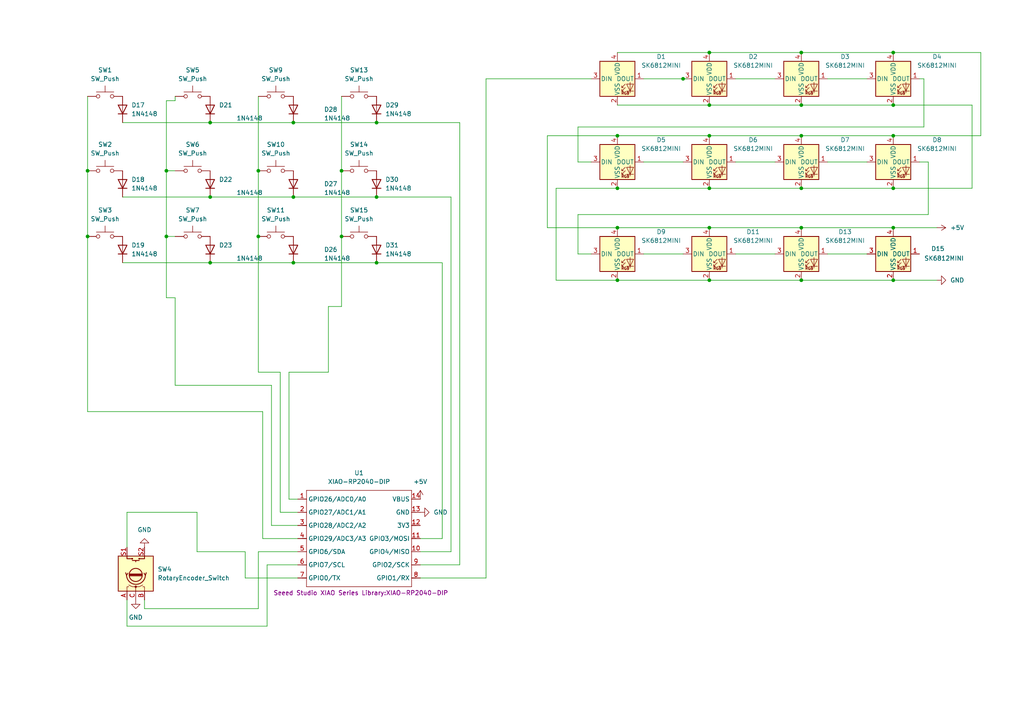
<source format=kicad_sch>
(kicad_sch
	(version 20250114)
	(generator "eeschema")
	(generator_version "9.0")
	(uuid "6d233239-ac4e-4473-ad26-30e9b5d86253")
	(paper "A4")
	(lib_symbols
		(symbol "Device:RotaryEncoder_Switch"
			(pin_names
				(offset 0.254)
				(hide yes)
			)
			(exclude_from_sim no)
			(in_bom yes)
			(on_board yes)
			(property "Reference" "SW"
				(at 0 6.604 0)
				(effects
					(font
						(size 1.27 1.27)
					)
				)
			)
			(property "Value" "RotaryEncoder_Switch"
				(at 0 -6.604 0)
				(effects
					(font
						(size 1.27 1.27)
					)
				)
			)
			(property "Footprint" ""
				(at -3.81 4.064 0)
				(effects
					(font
						(size 1.27 1.27)
					)
					(hide yes)
				)
			)
			(property "Datasheet" "~"
				(at 0 6.604 0)
				(effects
					(font
						(size 1.27 1.27)
					)
					(hide yes)
				)
			)
			(property "Description" "Rotary encoder, dual channel, incremental quadrate outputs, with switch"
				(at 0 0 0)
				(effects
					(font
						(size 1.27 1.27)
					)
					(hide yes)
				)
			)
			(property "ki_keywords" "rotary switch encoder switch push button"
				(at 0 0 0)
				(effects
					(font
						(size 1.27 1.27)
					)
					(hide yes)
				)
			)
			(property "ki_fp_filters" "RotaryEncoder*Switch*"
				(at 0 0 0)
				(effects
					(font
						(size 1.27 1.27)
					)
					(hide yes)
				)
			)
			(symbol "RotaryEncoder_Switch_0_1"
				(rectangle
					(start -5.08 5.08)
					(end 5.08 -5.08)
					(stroke
						(width 0.254)
						(type default)
					)
					(fill
						(type background)
					)
				)
				(polyline
					(pts
						(xy -5.08 2.54) (xy -3.81 2.54) (xy -3.81 2.032)
					)
					(stroke
						(width 0)
						(type default)
					)
					(fill
						(type none)
					)
				)
				(polyline
					(pts
						(xy -5.08 0) (xy -3.81 0) (xy -3.81 -1.016) (xy -3.302 -2.032)
					)
					(stroke
						(width 0)
						(type default)
					)
					(fill
						(type none)
					)
				)
				(polyline
					(pts
						(xy -5.08 -2.54) (xy -3.81 -2.54) (xy -3.81 -2.032)
					)
					(stroke
						(width 0)
						(type default)
					)
					(fill
						(type none)
					)
				)
				(polyline
					(pts
						(xy -4.318 0) (xy -3.81 0) (xy -3.81 1.016) (xy -3.302 2.032)
					)
					(stroke
						(width 0)
						(type default)
					)
					(fill
						(type none)
					)
				)
				(circle
					(center -3.81 0)
					(radius 0.254)
					(stroke
						(width 0)
						(type default)
					)
					(fill
						(type outline)
					)
				)
				(polyline
					(pts
						(xy -0.635 -1.778) (xy -0.635 1.778)
					)
					(stroke
						(width 0.254)
						(type default)
					)
					(fill
						(type none)
					)
				)
				(circle
					(center -0.381 0)
					(radius 1.905)
					(stroke
						(width 0.254)
						(type default)
					)
					(fill
						(type none)
					)
				)
				(polyline
					(pts
						(xy -0.381 -1.778) (xy -0.381 1.778)
					)
					(stroke
						(width 0.254)
						(type default)
					)
					(fill
						(type none)
					)
				)
				(arc
					(start -0.381 -2.794)
					(mid -3.0988 -0.0635)
					(end -0.381 2.667)
					(stroke
						(width 0.254)
						(type default)
					)
					(fill
						(type none)
					)
				)
				(polyline
					(pts
						(xy -0.127 1.778) (xy -0.127 -1.778)
					)
					(stroke
						(width 0.254)
						(type default)
					)
					(fill
						(type none)
					)
				)
				(polyline
					(pts
						(xy 0.254 2.921) (xy -0.508 2.667) (xy 0.127 2.286)
					)
					(stroke
						(width 0.254)
						(type default)
					)
					(fill
						(type none)
					)
				)
				(polyline
					(pts
						(xy 0.254 -3.048) (xy -0.508 -2.794) (xy 0.127 -2.413)
					)
					(stroke
						(width 0.254)
						(type default)
					)
					(fill
						(type none)
					)
				)
				(polyline
					(pts
						(xy 3.81 1.016) (xy 3.81 -1.016)
					)
					(stroke
						(width 0.254)
						(type default)
					)
					(fill
						(type none)
					)
				)
				(polyline
					(pts
						(xy 3.81 0) (xy 3.429 0)
					)
					(stroke
						(width 0.254)
						(type default)
					)
					(fill
						(type none)
					)
				)
				(circle
					(center 4.318 1.016)
					(radius 0.127)
					(stroke
						(width 0.254)
						(type default)
					)
					(fill
						(type none)
					)
				)
				(circle
					(center 4.318 -1.016)
					(radius 0.127)
					(stroke
						(width 0.254)
						(type default)
					)
					(fill
						(type none)
					)
				)
				(polyline
					(pts
						(xy 5.08 2.54) (xy 4.318 2.54) (xy 4.318 1.016)
					)
					(stroke
						(width 0.254)
						(type default)
					)
					(fill
						(type none)
					)
				)
				(polyline
					(pts
						(xy 5.08 -2.54) (xy 4.318 -2.54) (xy 4.318 -1.016)
					)
					(stroke
						(width 0.254)
						(type default)
					)
					(fill
						(type none)
					)
				)
			)
			(symbol "RotaryEncoder_Switch_1_1"
				(pin passive line
					(at -7.62 2.54 0)
					(length 2.54)
					(name "A"
						(effects
							(font
								(size 1.27 1.27)
							)
						)
					)
					(number "A"
						(effects
							(font
								(size 1.27 1.27)
							)
						)
					)
				)
				(pin passive line
					(at -7.62 0 0)
					(length 2.54)
					(name "C"
						(effects
							(font
								(size 1.27 1.27)
							)
						)
					)
					(number "C"
						(effects
							(font
								(size 1.27 1.27)
							)
						)
					)
				)
				(pin passive line
					(at -7.62 -2.54 0)
					(length 2.54)
					(name "B"
						(effects
							(font
								(size 1.27 1.27)
							)
						)
					)
					(number "B"
						(effects
							(font
								(size 1.27 1.27)
							)
						)
					)
				)
				(pin passive line
					(at 7.62 2.54 180)
					(length 2.54)
					(name "S1"
						(effects
							(font
								(size 1.27 1.27)
							)
						)
					)
					(number "S1"
						(effects
							(font
								(size 1.27 1.27)
							)
						)
					)
				)
				(pin passive line
					(at 7.62 -2.54 180)
					(length 2.54)
					(name "S2"
						(effects
							(font
								(size 1.27 1.27)
							)
						)
					)
					(number "S2"
						(effects
							(font
								(size 1.27 1.27)
							)
						)
					)
				)
			)
			(embedded_fonts no)
		)
		(symbol "Diode:1N4148"
			(pin_numbers
				(hide yes)
			)
			(pin_names
				(hide yes)
			)
			(exclude_from_sim no)
			(in_bom yes)
			(on_board yes)
			(property "Reference" "D"
				(at 0 2.54 0)
				(effects
					(font
						(size 1.27 1.27)
					)
				)
			)
			(property "Value" "1N4148"
				(at 0 -2.54 0)
				(effects
					(font
						(size 1.27 1.27)
					)
				)
			)
			(property "Footprint" "Diode_THT:D_DO-35_SOD27_P7.62mm_Horizontal"
				(at 0 0 0)
				(effects
					(font
						(size 1.27 1.27)
					)
					(hide yes)
				)
			)
			(property "Datasheet" "https://assets.nexperia.com/documents/data-sheet/1N4148_1N4448.pdf"
				(at 0 0 0)
				(effects
					(font
						(size 1.27 1.27)
					)
					(hide yes)
				)
			)
			(property "Description" "100V 0.15A standard switching diode, DO-35"
				(at 0 0 0)
				(effects
					(font
						(size 1.27 1.27)
					)
					(hide yes)
				)
			)
			(property "Sim.Device" "D"
				(at 0 0 0)
				(effects
					(font
						(size 1.27 1.27)
					)
					(hide yes)
				)
			)
			(property "Sim.Pins" "1=K 2=A"
				(at 0 0 0)
				(effects
					(font
						(size 1.27 1.27)
					)
					(hide yes)
				)
			)
			(property "ki_keywords" "diode"
				(at 0 0 0)
				(effects
					(font
						(size 1.27 1.27)
					)
					(hide yes)
				)
			)
			(property "ki_fp_filters" "D*DO?35*"
				(at 0 0 0)
				(effects
					(font
						(size 1.27 1.27)
					)
					(hide yes)
				)
			)
			(symbol "1N4148_0_1"
				(polyline
					(pts
						(xy -1.27 1.27) (xy -1.27 -1.27)
					)
					(stroke
						(width 0.254)
						(type default)
					)
					(fill
						(type none)
					)
				)
				(polyline
					(pts
						(xy 1.27 1.27) (xy 1.27 -1.27) (xy -1.27 0) (xy 1.27 1.27)
					)
					(stroke
						(width 0.254)
						(type default)
					)
					(fill
						(type none)
					)
				)
				(polyline
					(pts
						(xy 1.27 0) (xy -1.27 0)
					)
					(stroke
						(width 0)
						(type default)
					)
					(fill
						(type none)
					)
				)
			)
			(symbol "1N4148_1_1"
				(pin passive line
					(at -3.81 0 0)
					(length 2.54)
					(name "K"
						(effects
							(font
								(size 1.27 1.27)
							)
						)
					)
					(number "1"
						(effects
							(font
								(size 1.27 1.27)
							)
						)
					)
				)
				(pin passive line
					(at 3.81 0 180)
					(length 2.54)
					(name "A"
						(effects
							(font
								(size 1.27 1.27)
							)
						)
					)
					(number "2"
						(effects
							(font
								(size 1.27 1.27)
							)
						)
					)
				)
			)
			(embedded_fonts no)
		)
		(symbol "LED:SK6812MINI"
			(pin_names
				(offset 0.254)
			)
			(exclude_from_sim no)
			(in_bom yes)
			(on_board yes)
			(property "Reference" "D"
				(at 5.08 5.715 0)
				(effects
					(font
						(size 1.27 1.27)
					)
					(justify right bottom)
				)
			)
			(property "Value" "SK6812MINI"
				(at 1.27 -5.715 0)
				(effects
					(font
						(size 1.27 1.27)
					)
					(justify left top)
				)
			)
			(property "Footprint" "LED_SMD:LED_SK6812MINI_PLCC4_3.5x3.5mm_P1.75mm"
				(at 1.27 -7.62 0)
				(effects
					(font
						(size 1.27 1.27)
					)
					(justify left top)
					(hide yes)
				)
			)
			(property "Datasheet" "https://cdn-shop.adafruit.com/product-files/2686/SK6812MINI_REV.01-1-2.pdf"
				(at 2.54 -9.525 0)
				(effects
					(font
						(size 1.27 1.27)
					)
					(justify left top)
					(hide yes)
				)
			)
			(property "Description" "RGB LED with integrated controller"
				(at 0 0 0)
				(effects
					(font
						(size 1.27 1.27)
					)
					(hide yes)
				)
			)
			(property "ki_keywords" "RGB LED NeoPixel Mini addressable"
				(at 0 0 0)
				(effects
					(font
						(size 1.27 1.27)
					)
					(hide yes)
				)
			)
			(property "ki_fp_filters" "LED*SK6812MINI*PLCC*3.5x3.5mm*P1.75mm*"
				(at 0 0 0)
				(effects
					(font
						(size 1.27 1.27)
					)
					(hide yes)
				)
			)
			(symbol "SK6812MINI_0_0"
				(text "RGB"
					(at 2.286 -4.191 0)
					(effects
						(font
							(size 0.762 0.762)
						)
					)
				)
			)
			(symbol "SK6812MINI_0_1"
				(polyline
					(pts
						(xy 1.27 -2.54) (xy 1.778 -2.54)
					)
					(stroke
						(width 0)
						(type default)
					)
					(fill
						(type none)
					)
				)
				(polyline
					(pts
						(xy 1.27 -3.556) (xy 1.778 -3.556)
					)
					(stroke
						(width 0)
						(type default)
					)
					(fill
						(type none)
					)
				)
				(polyline
					(pts
						(xy 2.286 -1.524) (xy 1.27 -2.54) (xy 1.27 -2.032)
					)
					(stroke
						(width 0)
						(type default)
					)
					(fill
						(type none)
					)
				)
				(polyline
					(pts
						(xy 2.286 -2.54) (xy 1.27 -3.556) (xy 1.27 -3.048)
					)
					(stroke
						(width 0)
						(type default)
					)
					(fill
						(type none)
					)
				)
				(polyline
					(pts
						(xy 3.683 -1.016) (xy 3.683 -3.556) (xy 3.683 -4.064)
					)
					(stroke
						(width 0)
						(type default)
					)
					(fill
						(type none)
					)
				)
				(polyline
					(pts
						(xy 4.699 -1.524) (xy 2.667 -1.524) (xy 3.683 -3.556) (xy 4.699 -1.524)
					)
					(stroke
						(width 0)
						(type default)
					)
					(fill
						(type none)
					)
				)
				(polyline
					(pts
						(xy 4.699 -3.556) (xy 2.667 -3.556)
					)
					(stroke
						(width 0)
						(type default)
					)
					(fill
						(type none)
					)
				)
				(rectangle
					(start 5.08 5.08)
					(end -5.08 -5.08)
					(stroke
						(width 0.254)
						(type default)
					)
					(fill
						(type background)
					)
				)
			)
			(symbol "SK6812MINI_1_1"
				(pin input line
					(at -7.62 0 0)
					(length 2.54)
					(name "DIN"
						(effects
							(font
								(size 1.27 1.27)
							)
						)
					)
					(number "3"
						(effects
							(font
								(size 1.27 1.27)
							)
						)
					)
				)
				(pin power_in line
					(at 0 7.62 270)
					(length 2.54)
					(name "VDD"
						(effects
							(font
								(size 1.27 1.27)
							)
						)
					)
					(number "4"
						(effects
							(font
								(size 1.27 1.27)
							)
						)
					)
				)
				(pin power_in line
					(at 0 -7.62 90)
					(length 2.54)
					(name "VSS"
						(effects
							(font
								(size 1.27 1.27)
							)
						)
					)
					(number "2"
						(effects
							(font
								(size 1.27 1.27)
							)
						)
					)
				)
				(pin output line
					(at 7.62 0 180)
					(length 2.54)
					(name "DOUT"
						(effects
							(font
								(size 1.27 1.27)
							)
						)
					)
					(number "1"
						(effects
							(font
								(size 1.27 1.27)
							)
						)
					)
				)
			)
			(embedded_fonts no)
		)
		(symbol "Seeed_Studio_XIAO_Series:XIAO-RP2040-DIP"
			(exclude_from_sim no)
			(in_bom yes)
			(on_board yes)
			(property "Reference" "U"
				(at 0 0 0)
				(effects
					(font
						(size 1.27 1.27)
					)
				)
			)
			(property "Value" "XIAO-RP2040-DIP"
				(at 5.334 -1.778 0)
				(effects
					(font
						(size 1.27 1.27)
					)
				)
			)
			(property "Footprint" "Module:MOUDLE14P-XIAO-DIP-SMD"
				(at 14.478 -32.258 0)
				(effects
					(font
						(size 1.27 1.27)
					)
					(hide yes)
				)
			)
			(property "Datasheet" ""
				(at 0 0 0)
				(effects
					(font
						(size 1.27 1.27)
					)
					(hide yes)
				)
			)
			(property "Description" ""
				(at 0 0 0)
				(effects
					(font
						(size 1.27 1.27)
					)
					(hide yes)
				)
			)
			(symbol "XIAO-RP2040-DIP_1_0"
				(polyline
					(pts
						(xy -1.27 -2.54) (xy 29.21 -2.54)
					)
					(stroke
						(width 0.1524)
						(type solid)
					)
					(fill
						(type none)
					)
				)
				(polyline
					(pts
						(xy -1.27 -5.08) (xy -2.54 -5.08)
					)
					(stroke
						(width 0.1524)
						(type solid)
					)
					(fill
						(type none)
					)
				)
				(polyline
					(pts
						(xy -1.27 -5.08) (xy -1.27 -2.54)
					)
					(stroke
						(width 0.1524)
						(type solid)
					)
					(fill
						(type none)
					)
				)
				(polyline
					(pts
						(xy -1.27 -8.89) (xy -2.54 -8.89)
					)
					(stroke
						(width 0.1524)
						(type solid)
					)
					(fill
						(type none)
					)
				)
				(polyline
					(pts
						(xy -1.27 -8.89) (xy -1.27 -5.08)
					)
					(stroke
						(width 0.1524)
						(type solid)
					)
					(fill
						(type none)
					)
				)
				(polyline
					(pts
						(xy -1.27 -12.7) (xy -2.54 -12.7)
					)
					(stroke
						(width 0.1524)
						(type solid)
					)
					(fill
						(type none)
					)
				)
				(polyline
					(pts
						(xy -1.27 -12.7) (xy -1.27 -8.89)
					)
					(stroke
						(width 0.1524)
						(type solid)
					)
					(fill
						(type none)
					)
				)
				(polyline
					(pts
						(xy -1.27 -16.51) (xy -2.54 -16.51)
					)
					(stroke
						(width 0.1524)
						(type solid)
					)
					(fill
						(type none)
					)
				)
				(polyline
					(pts
						(xy -1.27 -16.51) (xy -1.27 -12.7)
					)
					(stroke
						(width 0.1524)
						(type solid)
					)
					(fill
						(type none)
					)
				)
				(polyline
					(pts
						(xy -1.27 -20.32) (xy -2.54 -20.32)
					)
					(stroke
						(width 0.1524)
						(type solid)
					)
					(fill
						(type none)
					)
				)
				(polyline
					(pts
						(xy -1.27 -24.13) (xy -2.54 -24.13)
					)
					(stroke
						(width 0.1524)
						(type solid)
					)
					(fill
						(type none)
					)
				)
				(polyline
					(pts
						(xy -1.27 -27.94) (xy -2.54 -27.94)
					)
					(stroke
						(width 0.1524)
						(type solid)
					)
					(fill
						(type none)
					)
				)
				(polyline
					(pts
						(xy -1.27 -30.48) (xy -1.27 -16.51)
					)
					(stroke
						(width 0.1524)
						(type solid)
					)
					(fill
						(type none)
					)
				)
				(polyline
					(pts
						(xy 29.21 -2.54) (xy 29.21 -5.08)
					)
					(stroke
						(width 0.1524)
						(type solid)
					)
					(fill
						(type none)
					)
				)
				(polyline
					(pts
						(xy 29.21 -5.08) (xy 29.21 -8.89)
					)
					(stroke
						(width 0.1524)
						(type solid)
					)
					(fill
						(type none)
					)
				)
				(polyline
					(pts
						(xy 29.21 -8.89) (xy 29.21 -12.7)
					)
					(stroke
						(width 0.1524)
						(type solid)
					)
					(fill
						(type none)
					)
				)
				(polyline
					(pts
						(xy 29.21 -12.7) (xy 29.21 -30.48)
					)
					(stroke
						(width 0.1524)
						(type solid)
					)
					(fill
						(type none)
					)
				)
				(polyline
					(pts
						(xy 29.21 -30.48) (xy -1.27 -30.48)
					)
					(stroke
						(width 0.1524)
						(type solid)
					)
					(fill
						(type none)
					)
				)
				(polyline
					(pts
						(xy 30.48 -5.08) (xy 29.21 -5.08)
					)
					(stroke
						(width 0.1524)
						(type solid)
					)
					(fill
						(type none)
					)
				)
				(polyline
					(pts
						(xy 30.48 -8.89) (xy 29.21 -8.89)
					)
					(stroke
						(width 0.1524)
						(type solid)
					)
					(fill
						(type none)
					)
				)
				(polyline
					(pts
						(xy 30.48 -12.7) (xy 29.21 -12.7)
					)
					(stroke
						(width 0.1524)
						(type solid)
					)
					(fill
						(type none)
					)
				)
				(polyline
					(pts
						(xy 30.48 -16.51) (xy 29.21 -16.51)
					)
					(stroke
						(width 0.1524)
						(type solid)
					)
					(fill
						(type none)
					)
				)
				(polyline
					(pts
						(xy 30.48 -20.32) (xy 29.21 -20.32)
					)
					(stroke
						(width 0.1524)
						(type solid)
					)
					(fill
						(type none)
					)
				)
				(polyline
					(pts
						(xy 30.48 -24.13) (xy 29.21 -24.13)
					)
					(stroke
						(width 0.1524)
						(type solid)
					)
					(fill
						(type none)
					)
				)
				(polyline
					(pts
						(xy 30.48 -27.94) (xy 29.21 -27.94)
					)
					(stroke
						(width 0.1524)
						(type solid)
					)
					(fill
						(type none)
					)
				)
				(pin passive line
					(at -3.81 -5.08 0)
					(length 2.54)
					(name "GPIO26/ADC0/A0"
						(effects
							(font
								(size 1.27 1.27)
							)
						)
					)
					(number "1"
						(effects
							(font
								(size 1.27 1.27)
							)
						)
					)
				)
				(pin passive line
					(at -3.81 -8.89 0)
					(length 2.54)
					(name "GPIO27/ADC1/A1"
						(effects
							(font
								(size 1.27 1.27)
							)
						)
					)
					(number "2"
						(effects
							(font
								(size 1.27 1.27)
							)
						)
					)
				)
				(pin passive line
					(at -3.81 -12.7 0)
					(length 2.54)
					(name "GPIO28/ADC2/A2"
						(effects
							(font
								(size 1.27 1.27)
							)
						)
					)
					(number "3"
						(effects
							(font
								(size 1.27 1.27)
							)
						)
					)
				)
				(pin passive line
					(at -3.81 -16.51 0)
					(length 2.54)
					(name "GPIO29/ADC3/A3"
						(effects
							(font
								(size 1.27 1.27)
							)
						)
					)
					(number "4"
						(effects
							(font
								(size 1.27 1.27)
							)
						)
					)
				)
				(pin passive line
					(at -3.81 -20.32 0)
					(length 2.54)
					(name "GPIO6/SDA"
						(effects
							(font
								(size 1.27 1.27)
							)
						)
					)
					(number "5"
						(effects
							(font
								(size 1.27 1.27)
							)
						)
					)
				)
				(pin passive line
					(at -3.81 -24.13 0)
					(length 2.54)
					(name "GPIO7/SCL"
						(effects
							(font
								(size 1.27 1.27)
							)
						)
					)
					(number "6"
						(effects
							(font
								(size 1.27 1.27)
							)
						)
					)
				)
				(pin passive line
					(at -3.81 -27.94 0)
					(length 2.54)
					(name "GPIO0/TX"
						(effects
							(font
								(size 1.27 1.27)
							)
						)
					)
					(number "7"
						(effects
							(font
								(size 1.27 1.27)
							)
						)
					)
				)
				(pin passive line
					(at 31.75 -5.08 180)
					(length 2.54)
					(name "VBUS"
						(effects
							(font
								(size 1.27 1.27)
							)
						)
					)
					(number "14"
						(effects
							(font
								(size 1.27 1.27)
							)
						)
					)
				)
				(pin passive line
					(at 31.75 -8.89 180)
					(length 2.54)
					(name "GND"
						(effects
							(font
								(size 1.27 1.27)
							)
						)
					)
					(number "13"
						(effects
							(font
								(size 1.27 1.27)
							)
						)
					)
				)
				(pin passive line
					(at 31.75 -12.7 180)
					(length 2.54)
					(name "3V3"
						(effects
							(font
								(size 1.27 1.27)
							)
						)
					)
					(number "12"
						(effects
							(font
								(size 1.27 1.27)
							)
						)
					)
				)
				(pin passive line
					(at 31.75 -16.51 180)
					(length 2.54)
					(name "GPIO3/MOSI"
						(effects
							(font
								(size 1.27 1.27)
							)
						)
					)
					(number "11"
						(effects
							(font
								(size 1.27 1.27)
							)
						)
					)
				)
				(pin passive line
					(at 31.75 -20.32 180)
					(length 2.54)
					(name "GPIO4/MISO"
						(effects
							(font
								(size 1.27 1.27)
							)
						)
					)
					(number "10"
						(effects
							(font
								(size 1.27 1.27)
							)
						)
					)
				)
				(pin passive line
					(at 31.75 -24.13 180)
					(length 2.54)
					(name "GPIO2/SCK"
						(effects
							(font
								(size 1.27 1.27)
							)
						)
					)
					(number "9"
						(effects
							(font
								(size 1.27 1.27)
							)
						)
					)
				)
				(pin passive line
					(at 31.75 -27.94 180)
					(length 2.54)
					(name "GPIO1/RX"
						(effects
							(font
								(size 1.27 1.27)
							)
						)
					)
					(number "8"
						(effects
							(font
								(size 1.27 1.27)
							)
						)
					)
				)
			)
			(embedded_fonts no)
		)
		(symbol "Switch:SW_Push"
			(pin_numbers
				(hide yes)
			)
			(pin_names
				(offset 1.016)
				(hide yes)
			)
			(exclude_from_sim no)
			(in_bom yes)
			(on_board yes)
			(property "Reference" "SW"
				(at 1.27 2.54 0)
				(effects
					(font
						(size 1.27 1.27)
					)
					(justify left)
				)
			)
			(property "Value" "SW_Push"
				(at 0 -1.524 0)
				(effects
					(font
						(size 1.27 1.27)
					)
				)
			)
			(property "Footprint" ""
				(at 0 5.08 0)
				(effects
					(font
						(size 1.27 1.27)
					)
					(hide yes)
				)
			)
			(property "Datasheet" "~"
				(at 0 5.08 0)
				(effects
					(font
						(size 1.27 1.27)
					)
					(hide yes)
				)
			)
			(property "Description" "Push button switch, generic, two pins"
				(at 0 0 0)
				(effects
					(font
						(size 1.27 1.27)
					)
					(hide yes)
				)
			)
			(property "ki_keywords" "switch normally-open pushbutton push-button"
				(at 0 0 0)
				(effects
					(font
						(size 1.27 1.27)
					)
					(hide yes)
				)
			)
			(symbol "SW_Push_0_1"
				(circle
					(center -2.032 0)
					(radius 0.508)
					(stroke
						(width 0)
						(type default)
					)
					(fill
						(type none)
					)
				)
				(polyline
					(pts
						(xy 0 1.27) (xy 0 3.048)
					)
					(stroke
						(width 0)
						(type default)
					)
					(fill
						(type none)
					)
				)
				(circle
					(center 2.032 0)
					(radius 0.508)
					(stroke
						(width 0)
						(type default)
					)
					(fill
						(type none)
					)
				)
				(polyline
					(pts
						(xy 2.54 1.27) (xy -2.54 1.27)
					)
					(stroke
						(width 0)
						(type default)
					)
					(fill
						(type none)
					)
				)
				(pin passive line
					(at -5.08 0 0)
					(length 2.54)
					(name "1"
						(effects
							(font
								(size 1.27 1.27)
							)
						)
					)
					(number "1"
						(effects
							(font
								(size 1.27 1.27)
							)
						)
					)
				)
				(pin passive line
					(at 5.08 0 180)
					(length 2.54)
					(name "2"
						(effects
							(font
								(size 1.27 1.27)
							)
						)
					)
					(number "2"
						(effects
							(font
								(size 1.27 1.27)
							)
						)
					)
				)
			)
			(embedded_fonts no)
		)
		(symbol "power:+5V"
			(power)
			(pin_numbers
				(hide yes)
			)
			(pin_names
				(offset 0)
				(hide yes)
			)
			(exclude_from_sim no)
			(in_bom yes)
			(on_board yes)
			(property "Reference" "#PWR"
				(at 0 -3.81 0)
				(effects
					(font
						(size 1.27 1.27)
					)
					(hide yes)
				)
			)
			(property "Value" "+5V"
				(at 0 3.556 0)
				(effects
					(font
						(size 1.27 1.27)
					)
				)
			)
			(property "Footprint" ""
				(at 0 0 0)
				(effects
					(font
						(size 1.27 1.27)
					)
					(hide yes)
				)
			)
			(property "Datasheet" ""
				(at 0 0 0)
				(effects
					(font
						(size 1.27 1.27)
					)
					(hide yes)
				)
			)
			(property "Description" "Power symbol creates a global label with name \"+5V\""
				(at 0 0 0)
				(effects
					(font
						(size 1.27 1.27)
					)
					(hide yes)
				)
			)
			(property "ki_keywords" "global power"
				(at 0 0 0)
				(effects
					(font
						(size 1.27 1.27)
					)
					(hide yes)
				)
			)
			(symbol "+5V_0_1"
				(polyline
					(pts
						(xy -0.762 1.27) (xy 0 2.54)
					)
					(stroke
						(width 0)
						(type default)
					)
					(fill
						(type none)
					)
				)
				(polyline
					(pts
						(xy 0 2.54) (xy 0.762 1.27)
					)
					(stroke
						(width 0)
						(type default)
					)
					(fill
						(type none)
					)
				)
				(polyline
					(pts
						(xy 0 0) (xy 0 2.54)
					)
					(stroke
						(width 0)
						(type default)
					)
					(fill
						(type none)
					)
				)
			)
			(symbol "+5V_1_1"
				(pin power_in line
					(at 0 0 90)
					(length 0)
					(name "~"
						(effects
							(font
								(size 1.27 1.27)
							)
						)
					)
					(number "1"
						(effects
							(font
								(size 1.27 1.27)
							)
						)
					)
				)
			)
			(embedded_fonts no)
		)
		(symbol "power:GND"
			(power)
			(pin_numbers
				(hide yes)
			)
			(pin_names
				(offset 0)
				(hide yes)
			)
			(exclude_from_sim no)
			(in_bom yes)
			(on_board yes)
			(property "Reference" "#PWR"
				(at 0 -6.35 0)
				(effects
					(font
						(size 1.27 1.27)
					)
					(hide yes)
				)
			)
			(property "Value" "GND"
				(at 0 -3.81 0)
				(effects
					(font
						(size 1.27 1.27)
					)
				)
			)
			(property "Footprint" ""
				(at 0 0 0)
				(effects
					(font
						(size 1.27 1.27)
					)
					(hide yes)
				)
			)
			(property "Datasheet" ""
				(at 0 0 0)
				(effects
					(font
						(size 1.27 1.27)
					)
					(hide yes)
				)
			)
			(property "Description" "Power symbol creates a global label with name \"GND\" , ground"
				(at 0 0 0)
				(effects
					(font
						(size 1.27 1.27)
					)
					(hide yes)
				)
			)
			(property "ki_keywords" "global power"
				(at 0 0 0)
				(effects
					(font
						(size 1.27 1.27)
					)
					(hide yes)
				)
			)
			(symbol "GND_0_1"
				(polyline
					(pts
						(xy 0 0) (xy 0 -1.27) (xy 1.27 -1.27) (xy 0 -2.54) (xy -1.27 -1.27) (xy 0 -1.27)
					)
					(stroke
						(width 0)
						(type default)
					)
					(fill
						(type none)
					)
				)
			)
			(symbol "GND_1_1"
				(pin power_in line
					(at 0 0 270)
					(length 0)
					(name "~"
						(effects
							(font
								(size 1.27 1.27)
							)
						)
					)
					(number "1"
						(effects
							(font
								(size 1.27 1.27)
							)
						)
					)
				)
			)
			(embedded_fonts no)
		)
	)
	(junction
		(at 205.74 81.28)
		(diameter 0)
		(color 0 0 0 0)
		(uuid "0070a104-da6d-4b86-811f-34de5404d3f1")
	)
	(junction
		(at 259.08 81.28)
		(diameter 0)
		(color 0 0 0 0)
		(uuid "044bc303-0924-4dc5-8fd7-e32c7da128ea")
	)
	(junction
		(at 74.93 49.53)
		(diameter 0)
		(color 0 0 0 0)
		(uuid "177fd4dd-1489-4d62-8375-8dd8b1a629b1")
	)
	(junction
		(at 232.41 30.48)
		(diameter 0)
		(color 0 0 0 0)
		(uuid "1a42b8b7-3b12-44a1-aaab-e0e6dd6de737")
	)
	(junction
		(at 109.22 57.15)
		(diameter 0)
		(color 0 0 0 0)
		(uuid "1e55a06f-6e16-46a2-89be-5e12cf3f6817")
	)
	(junction
		(at 205.74 66.04)
		(diameter 0)
		(color 0 0 0 0)
		(uuid "2cac8149-f445-406b-bc36-c1c29eb40826")
	)
	(junction
		(at 259.08 54.61)
		(diameter 0)
		(color 0 0 0 0)
		(uuid "392ebecf-bd7d-42f3-8d1d-9840f4a1605e")
	)
	(junction
		(at 85.09 76.2)
		(diameter 0)
		(color 0 0 0 0)
		(uuid "3bf04247-cc00-4ee2-9765-31ec88b9e31c")
	)
	(junction
		(at 179.07 39.37)
		(diameter 0)
		(color 0 0 0 0)
		(uuid "3dc3c4c1-3c50-4837-a7a6-6bd8180f5458")
	)
	(junction
		(at 259.08 39.37)
		(diameter 0)
		(color 0 0 0 0)
		(uuid "440be36c-1e0e-40d9-b138-1ab2def4ec64")
	)
	(junction
		(at 259.08 15.24)
		(diameter 0)
		(color 0 0 0 0)
		(uuid "49892302-72ae-422e-970d-d863bfd0b3f6")
	)
	(junction
		(at 179.07 66.04)
		(diameter 0)
		(color 0 0 0 0)
		(uuid "4d0e8f6a-00e8-487a-bc03-d19e8d917396")
	)
	(junction
		(at 205.74 54.61)
		(diameter 0)
		(color 0 0 0 0)
		(uuid "5174f1ae-2314-4edd-b4e0-7b264dbc9c6d")
	)
	(junction
		(at 205.74 30.48)
		(diameter 0)
		(color 0 0 0 0)
		(uuid "5a824e98-5c4b-4014-aa83-377703ea83bb")
	)
	(junction
		(at 232.41 54.61)
		(diameter 0)
		(color 0 0 0 0)
		(uuid "608d39e9-e804-4fc3-864e-a67affb1df34")
	)
	(junction
		(at 232.41 15.24)
		(diameter 0)
		(color 0 0 0 0)
		(uuid "6e3dbbf2-627d-4d36-a74c-c7b54ca2aa48")
	)
	(junction
		(at 232.41 39.37)
		(diameter 0)
		(color 0 0 0 0)
		(uuid "7194e716-958d-4ff2-baad-0717974d6cc2")
	)
	(junction
		(at 109.22 76.2)
		(diameter 0)
		(color 0 0 0 0)
		(uuid "7ab0d480-b400-419f-8f7e-18f1c50861ad")
	)
	(junction
		(at 99.06 68.58)
		(diameter 0)
		(color 0 0 0 0)
		(uuid "88857bd0-b996-43b3-ad0b-96878f2ab422")
	)
	(junction
		(at 205.74 39.37)
		(diameter 0)
		(color 0 0 0 0)
		(uuid "90547d90-39c5-4faa-91c5-bda9f993fce5")
	)
	(junction
		(at 60.96 57.15)
		(diameter 0)
		(color 0 0 0 0)
		(uuid "90696d42-3fd6-47d3-885a-3b57a21533e6")
	)
	(junction
		(at 205.74 15.24)
		(diameter 0)
		(color 0 0 0 0)
		(uuid "9a7fa90c-f554-46b4-858a-f8b541c53ee8")
	)
	(junction
		(at 259.08 30.48)
		(diameter 0)
		(color 0 0 0 0)
		(uuid "9e35d503-5de5-4274-bf0a-04f4c50a53ff")
	)
	(junction
		(at 48.26 49.53)
		(diameter 0)
		(color 0 0 0 0)
		(uuid "a32472e4-3ef8-4518-88cb-b224b9881352")
	)
	(junction
		(at 232.41 81.28)
		(diameter 0)
		(color 0 0 0 0)
		(uuid "a441ad02-a458-4297-b6c2-a3b216beff4f")
	)
	(junction
		(at 198.12 22.86)
		(diameter 0)
		(color 0 0 0 0)
		(uuid "a5565110-7f41-4bb4-8c8b-b3919c704640")
	)
	(junction
		(at 85.09 57.15)
		(diameter 0)
		(color 0 0 0 0)
		(uuid "afa133c1-7d60-4e42-ae8c-7722c52de295")
	)
	(junction
		(at 74.93 68.58)
		(diameter 0)
		(color 0 0 0 0)
		(uuid "b7dc19ca-dccb-4e18-bffd-0f2f586f8243")
	)
	(junction
		(at 99.06 49.53)
		(diameter 0)
		(color 0 0 0 0)
		(uuid "baca94fe-7aec-417e-a476-0ddd907e16c4")
	)
	(junction
		(at 85.09 35.56)
		(diameter 0)
		(color 0 0 0 0)
		(uuid "bf6c0460-999b-44a5-bfe6-2ab621dccf44")
	)
	(junction
		(at 232.41 66.04)
		(diameter 0)
		(color 0 0 0 0)
		(uuid "c2d6fd05-24d0-439f-8dc6-36fc8ba2d424")
	)
	(junction
		(at 259.08 66.04)
		(diameter 0)
		(color 0 0 0 0)
		(uuid "cf7a8523-cbe9-4dd2-b024-3f2236c07495")
	)
	(junction
		(at 109.22 35.56)
		(diameter 0)
		(color 0 0 0 0)
		(uuid "d41a4d40-2d89-4c1a-8dda-bb0d298c54df")
	)
	(junction
		(at 179.07 81.28)
		(diameter 0)
		(color 0 0 0 0)
		(uuid "e6bdc934-90f1-4ec0-857e-167b8706a654")
	)
	(junction
		(at 25.4 68.58)
		(diameter 0)
		(color 0 0 0 0)
		(uuid "e7567fbe-cff3-4d66-a576-aae799fdd53e")
	)
	(junction
		(at 48.26 68.58)
		(diameter 0)
		(color 0 0 0 0)
		(uuid "e80ec59c-8ed2-4e61-9b43-fe3a00203674")
	)
	(junction
		(at 25.4 49.53)
		(diameter 0)
		(color 0 0 0 0)
		(uuid "f03d7e45-6573-4707-8b07-fe2e5db83d3f")
	)
	(junction
		(at 60.96 35.56)
		(diameter 0)
		(color 0 0 0 0)
		(uuid "f0c6e34e-0686-4953-9c53-c01545dcee9e")
	)
	(junction
		(at 179.07 54.61)
		(diameter 0)
		(color 0 0 0 0)
		(uuid "f2a1c114-b189-473d-98a4-75a7b7894666")
	)
	(junction
		(at 60.96 76.2)
		(diameter 0)
		(color 0 0 0 0)
		(uuid "fb81cfe4-21d4-4252-ab7a-825ede4161aa")
	)
	(wire
		(pts
			(xy 76.2 119.38) (xy 76.2 156.21)
		)
		(stroke
			(width 0)
			(type default)
		)
		(uuid "02a063c0-adef-43dd-acf6-28118ae698e2")
	)
	(wire
		(pts
			(xy 50.8 86.36) (xy 50.8 111.76)
		)
		(stroke
			(width 0)
			(type default)
		)
		(uuid "06346910-4e76-4a87-85bf-900f2900529e")
	)
	(wire
		(pts
			(xy 140.97 167.64) (xy 121.92 167.64)
		)
		(stroke
			(width 0)
			(type default)
		)
		(uuid "11c74057-e005-4ea2-a045-9af22b060eb7")
	)
	(wire
		(pts
			(xy 76.2 156.21) (xy 86.36 156.21)
		)
		(stroke
			(width 0)
			(type default)
		)
		(uuid "1517d590-5e1c-40c1-96d9-e7d4e6d65f5c")
	)
	(wire
		(pts
			(xy 77.47 163.83) (xy 77.47 181.61)
		)
		(stroke
			(width 0)
			(type default)
		)
		(uuid "17b16137-8ddc-4ef7-9d15-0e8222e111b2")
	)
	(wire
		(pts
			(xy 109.22 57.15) (xy 130.81 57.15)
		)
		(stroke
			(width 0)
			(type default)
		)
		(uuid "1908443a-ad51-420f-8ec1-416ec2ce94d6")
	)
	(wire
		(pts
			(xy 78.74 152.4) (xy 86.36 152.4)
		)
		(stroke
			(width 0)
			(type default)
		)
		(uuid "1989faae-707c-4b7b-b24f-e9bb40f69f70")
	)
	(wire
		(pts
			(xy 99.06 68.58) (xy 99.06 88.9)
		)
		(stroke
			(width 0)
			(type default)
		)
		(uuid "1ce7b367-55ec-4425-8b69-2b4050f00339")
	)
	(wire
		(pts
			(xy 35.56 35.56) (xy 60.96 35.56)
		)
		(stroke
			(width 0)
			(type default)
		)
		(uuid "1e763bee-4e4d-4e33-8f08-fc0e777d93a8")
	)
	(wire
		(pts
			(xy 167.64 62.23) (xy 167.64 73.66)
		)
		(stroke
			(width 0)
			(type default)
		)
		(uuid "20464b4e-23bc-4d2a-bc66-b5c113d144b4")
	)
	(wire
		(pts
			(xy 41.91 176.53) (xy 74.93 176.53)
		)
		(stroke
			(width 0)
			(type default)
		)
		(uuid "24b5758c-842d-4adc-9cd3-eebaf80d04a2")
	)
	(wire
		(pts
			(xy 74.93 27.94) (xy 74.93 49.53)
		)
		(stroke
			(width 0)
			(type default)
		)
		(uuid "2a5fca37-2360-41c0-966a-9458d1ff7319")
	)
	(wire
		(pts
			(xy 205.74 30.48) (xy 232.41 30.48)
		)
		(stroke
			(width 0)
			(type default)
		)
		(uuid "2b04adbc-78e2-4f24-90ee-7381408bea3e")
	)
	(wire
		(pts
			(xy 95.25 88.9) (xy 99.06 88.9)
		)
		(stroke
			(width 0)
			(type default)
		)
		(uuid "2b4b469b-4287-40ab-b745-298e4bf04150")
	)
	(wire
		(pts
			(xy 35.56 57.15) (xy 60.96 57.15)
		)
		(stroke
			(width 0)
			(type default)
		)
		(uuid "30171ef6-b765-4dfa-9311-40d557d1cfde")
	)
	(wire
		(pts
			(xy 109.22 76.2) (xy 128.27 76.2)
		)
		(stroke
			(width 0)
			(type default)
		)
		(uuid "31310a87-9d87-4134-be5d-886e879033a1")
	)
	(wire
		(pts
			(xy 232.41 54.61) (xy 259.08 54.61)
		)
		(stroke
			(width 0)
			(type default)
		)
		(uuid "34642607-ec39-4b2b-8f3b-6938a0828933")
	)
	(wire
		(pts
			(xy 186.69 73.66) (xy 198.12 73.66)
		)
		(stroke
			(width 0)
			(type default)
		)
		(uuid "3568a610-61c6-4934-a01d-77bbb695384a")
	)
	(wire
		(pts
			(xy 205.74 81.28) (xy 232.41 81.28)
		)
		(stroke
			(width 0)
			(type default)
		)
		(uuid "3643fc0e-1dbc-4504-b4a7-6e3b3ebf4cfc")
	)
	(wire
		(pts
			(xy 48.26 29.21) (xy 48.26 49.53)
		)
		(stroke
			(width 0)
			(type default)
		)
		(uuid "364a31d1-1a97-4dab-9f1b-2c915f6f57ab")
	)
	(wire
		(pts
			(xy 83.82 107.95) (xy 83.82 144.78)
		)
		(stroke
			(width 0)
			(type default)
		)
		(uuid "376f0862-fa8f-4891-96f3-b98f589160b0")
	)
	(wire
		(pts
			(xy 281.94 30.48) (xy 259.08 30.48)
		)
		(stroke
			(width 0)
			(type default)
		)
		(uuid "39b81648-2b9a-4084-bd56-777530d4be0e")
	)
	(wire
		(pts
			(xy 213.36 22.86) (xy 224.79 22.86)
		)
		(stroke
			(width 0)
			(type default)
		)
		(uuid "3af87e0c-9f87-47a0-aff4-a63ab05364d4")
	)
	(wire
		(pts
			(xy 269.24 62.23) (xy 167.64 62.23)
		)
		(stroke
			(width 0)
			(type default)
		)
		(uuid "3c5d277f-316b-4150-88a5-db501ce563c9")
	)
	(wire
		(pts
			(xy 259.08 15.24) (xy 284.48 15.24)
		)
		(stroke
			(width 0)
			(type default)
		)
		(uuid "3ec923b5-8f8a-48c6-9edb-44bec67130e0")
	)
	(wire
		(pts
			(xy 128.27 76.2) (xy 128.27 156.21)
		)
		(stroke
			(width 0)
			(type default)
		)
		(uuid "40750893-ba8c-431d-8640-8bede139c999")
	)
	(wire
		(pts
			(xy 167.64 46.99) (xy 171.45 46.99)
		)
		(stroke
			(width 0)
			(type default)
		)
		(uuid "40c7883c-299d-44df-b056-0cc8d4ed92b4")
	)
	(wire
		(pts
			(xy 186.69 22.86) (xy 198.12 22.86)
		)
		(stroke
			(width 0)
			(type default)
		)
		(uuid "416c59aa-893f-4b06-b3c9-9cf3b184eb93")
	)
	(wire
		(pts
			(xy 179.07 66.04) (xy 205.74 66.04)
		)
		(stroke
			(width 0)
			(type default)
		)
		(uuid "473cca77-73e8-43d2-8dd9-576f7962292e")
	)
	(wire
		(pts
			(xy 60.96 35.56) (xy 85.09 35.56)
		)
		(stroke
			(width 0)
			(type default)
		)
		(uuid "498ac678-e81d-4e7f-9407-6e3e8cde13fc")
	)
	(wire
		(pts
			(xy 179.07 81.28) (xy 205.74 81.28)
		)
		(stroke
			(width 0)
			(type default)
		)
		(uuid "49ca2853-c7e3-46a7-b5ea-b4df28f3f927")
	)
	(wire
		(pts
			(xy 158.75 66.04) (xy 179.07 66.04)
		)
		(stroke
			(width 0)
			(type default)
		)
		(uuid "4d4cd712-61ce-442f-81c8-95b138d35828")
	)
	(wire
		(pts
			(xy 281.94 30.48) (xy 281.94 54.61)
		)
		(stroke
			(width 0)
			(type default)
		)
		(uuid "4dafeb10-327a-4d90-bdbc-0ae99413e89a")
	)
	(wire
		(pts
			(xy 57.15 148.59) (xy 57.15 160.02)
		)
		(stroke
			(width 0)
			(type default)
		)
		(uuid "4ec561f0-96ae-4b21-b81f-494061d87384")
	)
	(wire
		(pts
			(xy 259.08 66.04) (xy 271.78 66.04)
		)
		(stroke
			(width 0)
			(type default)
		)
		(uuid "504a59c6-119e-40d2-8d3e-f01c322686b2")
	)
	(wire
		(pts
			(xy 240.03 46.99) (xy 251.46 46.99)
		)
		(stroke
			(width 0)
			(type default)
		)
		(uuid "51d61365-dc3b-4ec2-b71d-351ae5517b80")
	)
	(wire
		(pts
			(xy 60.96 57.15) (xy 85.09 57.15)
		)
		(stroke
			(width 0)
			(type default)
		)
		(uuid "53a487b0-96df-4144-96ba-352f7b13044d")
	)
	(wire
		(pts
			(xy 266.7 46.99) (xy 269.24 46.99)
		)
		(stroke
			(width 0)
			(type default)
		)
		(uuid "54c2b1ff-2bf4-4218-83f6-4d7731d12e34")
	)
	(wire
		(pts
			(xy 85.09 57.15) (xy 109.22 57.15)
		)
		(stroke
			(width 0)
			(type default)
		)
		(uuid "55a48e79-8d18-4046-bb48-62648c852a1d")
	)
	(wire
		(pts
			(xy 41.91 173.99) (xy 41.91 176.53)
		)
		(stroke
			(width 0)
			(type default)
		)
		(uuid "5a23eded-c99b-4976-87f1-c7d50c6aded7")
	)
	(wire
		(pts
			(xy 77.47 163.83) (xy 86.36 163.83)
		)
		(stroke
			(width 0)
			(type default)
		)
		(uuid "5b8f6853-2a54-4fa5-9751-f2b959a68ae1")
	)
	(wire
		(pts
			(xy 99.06 49.53) (xy 99.06 68.58)
		)
		(stroke
			(width 0)
			(type default)
		)
		(uuid "601c4a1e-61f4-4399-a4ae-59c382aed8af")
	)
	(wire
		(pts
			(xy 50.8 68.58) (xy 48.26 68.58)
		)
		(stroke
			(width 0)
			(type default)
		)
		(uuid "61543a69-f7e5-41d9-8bcd-3cc6ddde0fe9")
	)
	(wire
		(pts
			(xy 74.93 160.02) (xy 86.36 160.02)
		)
		(stroke
			(width 0)
			(type default)
		)
		(uuid "62b79776-e2f3-458f-a835-264355b2f578")
	)
	(wire
		(pts
			(xy 205.74 54.61) (xy 232.41 54.61)
		)
		(stroke
			(width 0)
			(type default)
		)
		(uuid "62c41bba-fbb7-496e-afcc-e828819747cc")
	)
	(wire
		(pts
			(xy 232.41 66.04) (xy 259.08 66.04)
		)
		(stroke
			(width 0)
			(type default)
		)
		(uuid "65a22df0-29a1-4afb-bbab-1f869498368b")
	)
	(wire
		(pts
			(xy 109.22 35.56) (xy 133.35 35.56)
		)
		(stroke
			(width 0)
			(type default)
		)
		(uuid "67006c87-8d06-4c12-bc62-d9ab0ee49e6c")
	)
	(wire
		(pts
			(xy 232.41 81.28) (xy 259.08 81.28)
		)
		(stroke
			(width 0)
			(type default)
		)
		(uuid "674b15fc-1c4f-4f73-bbbf-af136cd1df01")
	)
	(wire
		(pts
			(xy 133.35 35.56) (xy 133.35 163.83)
		)
		(stroke
			(width 0)
			(type default)
		)
		(uuid "6c089673-8148-40b5-b58e-f9e70dc1eb9e")
	)
	(wire
		(pts
			(xy 74.93 160.02) (xy 74.93 176.53)
		)
		(stroke
			(width 0)
			(type default)
		)
		(uuid "6dd415a4-9804-4270-b1ef-52732d140817")
	)
	(wire
		(pts
			(xy 74.93 49.53) (xy 74.93 68.58)
		)
		(stroke
			(width 0)
			(type default)
		)
		(uuid "6e4d7594-a452-48d5-8aee-6f126889c51a")
	)
	(wire
		(pts
			(xy 85.09 76.2) (xy 109.22 76.2)
		)
		(stroke
			(width 0)
			(type default)
		)
		(uuid "6ea5c661-c73d-4193-b0f0-fc8c395d37d1")
	)
	(wire
		(pts
			(xy 48.26 86.36) (xy 48.26 68.58)
		)
		(stroke
			(width 0)
			(type default)
		)
		(uuid "70fea899-c565-425c-b991-4d3ce09a3df7")
	)
	(wire
		(pts
			(xy 186.69 46.99) (xy 198.12 46.99)
		)
		(stroke
			(width 0)
			(type default)
		)
		(uuid "71dcde1a-c499-4d31-b452-a9ee3deb8d16")
	)
	(wire
		(pts
			(xy 140.97 22.86) (xy 171.45 22.86)
		)
		(stroke
			(width 0)
			(type default)
		)
		(uuid "76ca2cda-5caa-4c39-93be-a01eccbde75b")
	)
	(wire
		(pts
			(xy 36.83 158.75) (xy 36.83 148.59)
		)
		(stroke
			(width 0)
			(type default)
		)
		(uuid "77a6d4f6-e4b7-414e-8e27-08936c2fbe2c")
	)
	(wire
		(pts
			(xy 71.12 160.02) (xy 71.12 167.64)
		)
		(stroke
			(width 0)
			(type default)
		)
		(uuid "78eb245b-f6e7-431f-9193-2190185dc47e")
	)
	(wire
		(pts
			(xy 267.97 22.86) (xy 267.97 36.83)
		)
		(stroke
			(width 0)
			(type default)
		)
		(uuid "80ec22cb-6441-4306-89fc-f7578f49599f")
	)
	(wire
		(pts
			(xy 259.08 39.37) (xy 284.48 39.37)
		)
		(stroke
			(width 0)
			(type default)
		)
		(uuid "8318b402-aacc-4c90-a271-68d48249cabf")
	)
	(wire
		(pts
			(xy 25.4 49.53) (xy 25.4 68.58)
		)
		(stroke
			(width 0)
			(type default)
		)
		(uuid "84f58cf4-dc19-4a84-9146-6b59def12672")
	)
	(wire
		(pts
			(xy 48.26 49.53) (xy 48.26 68.58)
		)
		(stroke
			(width 0)
			(type default)
		)
		(uuid "85f812da-53ac-4188-93c2-680becdc0081")
	)
	(wire
		(pts
			(xy 161.29 81.28) (xy 179.07 81.28)
		)
		(stroke
			(width 0)
			(type default)
		)
		(uuid "87b694ec-18f2-4a83-b69f-1f2add8bdc24")
	)
	(wire
		(pts
			(xy 158.75 39.37) (xy 179.07 39.37)
		)
		(stroke
			(width 0)
			(type default)
		)
		(uuid "895ef60f-e232-4d85-b91c-9dded7a27595")
	)
	(wire
		(pts
			(xy 99.06 27.94) (xy 99.06 49.53)
		)
		(stroke
			(width 0)
			(type default)
		)
		(uuid "8ffe5585-acb5-4838-a771-98b2ae34ad83")
	)
	(wire
		(pts
			(xy 179.07 54.61) (xy 205.74 54.61)
		)
		(stroke
			(width 0)
			(type default)
		)
		(uuid "91336b6e-7101-4e39-99db-6b7fe6a7c893")
	)
	(wire
		(pts
			(xy 213.36 73.66) (xy 224.79 73.66)
		)
		(stroke
			(width 0)
			(type default)
		)
		(uuid "9524154c-d645-4b4b-af30-eccb6d78efab")
	)
	(wire
		(pts
			(xy 74.93 68.58) (xy 74.93 107.95)
		)
		(stroke
			(width 0)
			(type default)
		)
		(uuid "96e40ea3-afb9-41de-bf90-74827c23670d")
	)
	(wire
		(pts
			(xy 50.8 86.36) (xy 48.26 86.36)
		)
		(stroke
			(width 0)
			(type default)
		)
		(uuid "9836050a-9878-45b3-ad6b-0eaabc3f8da7")
	)
	(wire
		(pts
			(xy 284.48 15.24) (xy 284.48 39.37)
		)
		(stroke
			(width 0)
			(type default)
		)
		(uuid "9924af64-a54f-40c6-b231-595b6f190c0b")
	)
	(wire
		(pts
			(xy 128.27 156.21) (xy 121.92 156.21)
		)
		(stroke
			(width 0)
			(type default)
		)
		(uuid "99d6226d-72f4-4f8e-91ab-6e62141ca414")
	)
	(wire
		(pts
			(xy 83.82 107.95) (xy 95.25 107.95)
		)
		(stroke
			(width 0)
			(type default)
		)
		(uuid "9afc9f9e-9c3e-47f6-9eff-eca1281dabe5")
	)
	(wire
		(pts
			(xy 179.07 15.24) (xy 205.74 15.24)
		)
		(stroke
			(width 0)
			(type default)
		)
		(uuid "9c32146e-0fa9-4af8-a764-42cf6fd73783")
	)
	(wire
		(pts
			(xy 140.97 22.86) (xy 140.97 167.64)
		)
		(stroke
			(width 0)
			(type default)
		)
		(uuid "a0ef39b9-7da9-495d-a9c9-b75a9c9f09e8")
	)
	(wire
		(pts
			(xy 179.07 30.48) (xy 205.74 30.48)
		)
		(stroke
			(width 0)
			(type default)
		)
		(uuid "a2d025d0-b83a-487d-82a5-8d64f3d3573b")
	)
	(wire
		(pts
			(xy 25.4 119.38) (xy 76.2 119.38)
		)
		(stroke
			(width 0)
			(type default)
		)
		(uuid "a4abf772-c704-43f1-866d-7823940ac93a")
	)
	(wire
		(pts
			(xy 121.92 163.83) (xy 133.35 163.83)
		)
		(stroke
			(width 0)
			(type default)
		)
		(uuid "a65b1801-b0f4-48af-ad8a-efa5150aec11")
	)
	(wire
		(pts
			(xy 232.41 15.24) (xy 259.08 15.24)
		)
		(stroke
			(width 0)
			(type default)
		)
		(uuid "a795a393-06a5-49dd-8d27-c96f2a8b0fea")
	)
	(wire
		(pts
			(xy 25.4 27.94) (xy 25.4 49.53)
		)
		(stroke
			(width 0)
			(type default)
		)
		(uuid "a9cb35b0-ea32-412c-9fec-a4c77407dc3d")
	)
	(wire
		(pts
			(xy 81.28 107.95) (xy 81.28 148.59)
		)
		(stroke
			(width 0)
			(type default)
		)
		(uuid "af346ed6-15a7-43b2-b6a1-d19bb113352f")
	)
	(wire
		(pts
			(xy 95.25 107.95) (xy 95.25 88.9)
		)
		(stroke
			(width 0)
			(type default)
		)
		(uuid "afbba75b-824d-47b6-b4c3-f77802b08b8b")
	)
	(wire
		(pts
			(xy 50.8 49.53) (xy 48.26 49.53)
		)
		(stroke
			(width 0)
			(type default)
		)
		(uuid "b0113cc1-319c-40d9-8564-2e4c02b73c61")
	)
	(wire
		(pts
			(xy 57.15 160.02) (xy 71.12 160.02)
		)
		(stroke
			(width 0)
			(type default)
		)
		(uuid "b28d43a1-a99b-4df3-898e-9a643ee32602")
	)
	(wire
		(pts
			(xy 269.24 46.99) (xy 269.24 62.23)
		)
		(stroke
			(width 0)
			(type default)
		)
		(uuid "b3e74518-6a65-4162-901d-fcd38a0d6745")
	)
	(wire
		(pts
			(xy 158.75 39.37) (xy 158.75 66.04)
		)
		(stroke
			(width 0)
			(type default)
		)
		(uuid "b65a6319-035c-40e8-b182-25ffba4791b5")
	)
	(wire
		(pts
			(xy 78.74 111.76) (xy 78.74 152.4)
		)
		(stroke
			(width 0)
			(type default)
		)
		(uuid "b82f9fb3-eb93-4d47-821e-13223279a366")
	)
	(wire
		(pts
			(xy 25.4 68.58) (xy 25.4 119.38)
		)
		(stroke
			(width 0)
			(type default)
		)
		(uuid "b982a4d0-9228-4012-904d-48e077753842")
	)
	(wire
		(pts
			(xy 240.03 22.86) (xy 251.46 22.86)
		)
		(stroke
			(width 0)
			(type default)
		)
		(uuid "b9badead-b17c-4fc7-9540-a80ed5918db9")
	)
	(wire
		(pts
			(xy 81.28 148.59) (xy 86.36 148.59)
		)
		(stroke
			(width 0)
			(type default)
		)
		(uuid "bace5772-88d6-4bc2-974f-5b9528140ed0")
	)
	(wire
		(pts
			(xy 36.83 148.59) (xy 57.15 148.59)
		)
		(stroke
			(width 0)
			(type default)
		)
		(uuid "cac7302d-63d5-4b90-881a-09f29ec601f7")
	)
	(wire
		(pts
			(xy 240.03 73.66) (xy 251.46 73.66)
		)
		(stroke
			(width 0)
			(type default)
		)
		(uuid "cad5753f-606c-4c5f-b8b9-219b64c67e80")
	)
	(wire
		(pts
			(xy 50.8 29.21) (xy 48.26 29.21)
		)
		(stroke
			(width 0)
			(type default)
		)
		(uuid "cb6cab08-2f93-4e6c-9c67-42ef9ee7c639")
	)
	(wire
		(pts
			(xy 121.92 160.02) (xy 130.81 160.02)
		)
		(stroke
			(width 0)
			(type default)
		)
		(uuid "cded4080-106e-4297-b073-8476d631b924")
	)
	(wire
		(pts
			(xy 167.64 36.83) (xy 267.97 36.83)
		)
		(stroke
			(width 0)
			(type default)
		)
		(uuid "cec899f2-5d6f-465d-9312-b9c7c4220682")
	)
	(wire
		(pts
			(xy 179.07 39.37) (xy 205.74 39.37)
		)
		(stroke
			(width 0)
			(type default)
		)
		(uuid "ceed28a9-6c82-4994-856b-1054151bd14b")
	)
	(wire
		(pts
			(xy 35.56 76.2) (xy 60.96 76.2)
		)
		(stroke
			(width 0)
			(type default)
		)
		(uuid "cf4c697b-d25c-4524-980e-9d519aceebf4")
	)
	(wire
		(pts
			(xy 36.83 173.99) (xy 36.83 181.61)
		)
		(stroke
			(width 0)
			(type default)
		)
		(uuid "d15c4be1-9dcd-4cfd-b5e5-bc65dd1047bc")
	)
	(wire
		(pts
			(xy 205.74 15.24) (xy 232.41 15.24)
		)
		(stroke
			(width 0)
			(type default)
		)
		(uuid "d2c52576-ae28-4a3a-a003-c2dd3cb62751")
	)
	(wire
		(pts
			(xy 60.96 76.2) (xy 85.09 76.2)
		)
		(stroke
			(width 0)
			(type default)
		)
		(uuid "d2e71ad5-3bca-4460-9d77-b83693145690")
	)
	(wire
		(pts
			(xy 85.09 35.56) (xy 109.22 35.56)
		)
		(stroke
			(width 0)
			(type default)
		)
		(uuid "d40115e3-12be-4727-805c-61d764fd3b2a")
	)
	(wire
		(pts
			(xy 271.78 81.28) (xy 259.08 81.28)
		)
		(stroke
			(width 0)
			(type default)
		)
		(uuid "d79f3d0e-664c-441f-9e62-0da135b03747")
	)
	(wire
		(pts
			(xy 232.41 30.48) (xy 259.08 30.48)
		)
		(stroke
			(width 0)
			(type default)
		)
		(uuid "e0b43d1e-bdc9-4a26-9308-fed2e648e9a8")
	)
	(wire
		(pts
			(xy 232.41 39.37) (xy 259.08 39.37)
		)
		(stroke
			(width 0)
			(type default)
		)
		(uuid "e26879c9-b36f-44e1-84fa-ac2034a3f852")
	)
	(wire
		(pts
			(xy 130.81 57.15) (xy 130.81 160.02)
		)
		(stroke
			(width 0)
			(type default)
		)
		(uuid "e442689c-f6e0-4195-9615-0d482d4fb8b1")
	)
	(wire
		(pts
			(xy 50.8 111.76) (xy 78.74 111.76)
		)
		(stroke
			(width 0)
			(type default)
		)
		(uuid "e492acec-76e4-44b5-a466-4f3fe5ca3141")
	)
	(wire
		(pts
			(xy 81.28 107.95) (xy 74.93 107.95)
		)
		(stroke
			(width 0)
			(type default)
		)
		(uuid "e86a5a98-ff31-42f0-a255-cc9fef6609c4")
	)
	(wire
		(pts
			(xy 83.82 144.78) (xy 86.36 144.78)
		)
		(stroke
			(width 0)
			(type default)
		)
		(uuid "e9c04b19-1fcd-449e-b046-486fe18199c6")
	)
	(wire
		(pts
			(xy 259.08 54.61) (xy 281.94 54.61)
		)
		(stroke
			(width 0)
			(type default)
		)
		(uuid "ec452411-14dc-4b7f-9f5a-6702e75cd214")
	)
	(wire
		(pts
			(xy 167.64 36.83) (xy 167.64 46.99)
		)
		(stroke
			(width 0)
			(type default)
		)
		(uuid "ee68319e-c41e-4885-9e65-c98527cd62dd")
	)
	(wire
		(pts
			(xy 266.7 22.86) (xy 267.97 22.86)
		)
		(stroke
			(width 0)
			(type default)
		)
		(uuid "ee70eb9e-d839-403b-bb80-05887def8e5c")
	)
	(wire
		(pts
			(xy 213.36 46.99) (xy 224.79 46.99)
		)
		(stroke
			(width 0)
			(type default)
		)
		(uuid "efa92d8e-f5cb-43eb-bcad-f1792b9f4e6e")
	)
	(wire
		(pts
			(xy 205.74 39.37) (xy 232.41 39.37)
		)
		(stroke
			(width 0)
			(type default)
		)
		(uuid "eff2fc53-57bf-42f8-9031-51b333776a19")
	)
	(wire
		(pts
			(xy 50.8 27.94) (xy 50.8 29.21)
		)
		(stroke
			(width 0)
			(type default)
		)
		(uuid "f03e84e0-b60c-4939-a1e9-eec2f58a143e")
	)
	(wire
		(pts
			(xy 167.64 73.66) (xy 171.45 73.66)
		)
		(stroke
			(width 0)
			(type default)
		)
		(uuid "f35db61e-7e0a-423c-a1b5-d9a9ab477706")
	)
	(wire
		(pts
			(xy 205.74 66.04) (xy 232.41 66.04)
		)
		(stroke
			(width 0)
			(type default)
		)
		(uuid "f6e46930-047c-449a-a301-4791526f72bf")
	)
	(wire
		(pts
			(xy 71.12 167.64) (xy 86.36 167.64)
		)
		(stroke
			(width 0)
			(type default)
		)
		(uuid "f75a9b99-ec34-4809-8fa3-40d9f7920213")
	)
	(wire
		(pts
			(xy 161.29 54.61) (xy 161.29 81.28)
		)
		(stroke
			(width 0)
			(type default)
		)
		(uuid "f8852ae7-ef09-4e7d-bf5a-01d73bd63a77")
	)
	(wire
		(pts
			(xy 36.83 181.61) (xy 77.47 181.61)
		)
		(stroke
			(width 0)
			(type default)
		)
		(uuid "f8a6208f-a07e-4585-9410-528ae0909bbf")
	)
	(wire
		(pts
			(xy 198.12 22.86) (xy 199.39 22.86)
		)
		(stroke
			(width 0)
			(type default)
		)
		(uuid "f8c0f81e-5e6e-4bef-b6ab-b6f061979ea5")
	)
	(wire
		(pts
			(xy 161.29 54.61) (xy 179.07 54.61)
		)
		(stroke
			(width 0)
			(type default)
		)
		(uuid "fa0feb73-e20e-4724-a04e-b3e7a8feaced")
	)
	(symbol
		(lib_id "Diode:1N4148")
		(at 60.96 31.75 90)
		(unit 1)
		(exclude_from_sim no)
		(in_bom yes)
		(on_board yes)
		(dnp no)
		(uuid "038ffe8c-70b4-4483-821e-b0c0f89fdd78")
		(property "Reference" "D21"
			(at 63.5 30.4799 90)
			(effects
				(font
					(size 1.27 1.27)
				)
				(justify right)
			)
		)
		(property "Value" "1N4148"
			(at 68.58 34.2899 90)
			(effects
				(font
					(size 1.27 1.27)
				)
				(justify right)
			)
		)
		(property "Footprint" "Diode_THT:D_DO-35_SOD27_P7.62mm_Horizontal"
			(at 60.96 31.75 0)
			(effects
				(font
					(size 1.27 1.27)
				)
				(hide yes)
			)
		)
		(property "Datasheet" "https://assets.nexperia.com/documents/data-sheet/1N4148_1N4448.pdf"
			(at 60.96 31.75 0)
			(effects
				(font
					(size 1.27 1.27)
				)
				(hide yes)
			)
		)
		(property "Description" "100V 0.15A standard switching diode, DO-35"
			(at 60.96 31.75 0)
			(effects
				(font
					(size 1.27 1.27)
				)
				(hide yes)
			)
		)
		(property "Sim.Device" "D"
			(at 60.96 31.75 0)
			(effects
				(font
					(size 1.27 1.27)
				)
				(hide yes)
			)
		)
		(property "Sim.Pins" "1=K 2=A"
			(at 60.96 31.75 0)
			(effects
				(font
					(size 1.27 1.27)
				)
				(hide yes)
			)
		)
		(pin "1"
			(uuid "303a3b92-9242-4c78-a25e-98e8ebda9670")
		)
		(pin "2"
			(uuid "ad57d66f-b1a1-4864-8b74-7ef47842534b")
		)
		(instances
			(project "TECLADO"
				(path "/6d233239-ac4e-4473-ad26-30e9b5d86253"
					(reference "D21")
					(unit 1)
				)
			)
		)
	)
	(symbol
		(lib_id "power:+5V")
		(at 271.78 66.04 270)
		(unit 1)
		(exclude_from_sim no)
		(in_bom yes)
		(on_board yes)
		(dnp no)
		(fields_autoplaced yes)
		(uuid "0670f9ac-723d-45b0-a26c-60705fc44e78")
		(property "Reference" "#PWR01"
			(at 267.97 66.04 0)
			(effects
				(font
					(size 1.27 1.27)
				)
				(hide yes)
			)
		)
		(property "Value" "+5V"
			(at 275.59 66.0399 90)
			(effects
				(font
					(size 1.27 1.27)
				)
				(justify left)
			)
		)
		(property "Footprint" ""
			(at 271.78 66.04 0)
			(effects
				(font
					(size 1.27 1.27)
				)
				(hide yes)
			)
		)
		(property "Datasheet" ""
			(at 271.78 66.04 0)
			(effects
				(font
					(size 1.27 1.27)
				)
				(hide yes)
			)
		)
		(property "Description" "Power symbol creates a global label with name \"+5V\""
			(at 271.78 66.04 0)
			(effects
				(font
					(size 1.27 1.27)
				)
				(hide yes)
			)
		)
		(pin "1"
			(uuid "6fb7f8e0-3774-4416-9148-1fea7b9f6912")
		)
		(instances
			(project ""
				(path "/6d233239-ac4e-4473-ad26-30e9b5d86253"
					(reference "#PWR01")
					(unit 1)
				)
			)
		)
	)
	(symbol
		(lib_id "power:GND")
		(at 39.37 173.99 0)
		(unit 1)
		(exclude_from_sim no)
		(in_bom yes)
		(on_board yes)
		(dnp no)
		(fields_autoplaced yes)
		(uuid "1dc748d2-e6f5-4a9c-97e1-23cffc21fd64")
		(property "Reference" "#PWR04"
			(at 39.37 180.34 0)
			(effects
				(font
					(size 1.27 1.27)
				)
				(hide yes)
			)
		)
		(property "Value" "GND"
			(at 39.37 179.07 0)
			(effects
				(font
					(size 1.27 1.27)
				)
			)
		)
		(property "Footprint" ""
			(at 39.37 173.99 0)
			(effects
				(font
					(size 1.27 1.27)
				)
				(hide yes)
			)
		)
		(property "Datasheet" ""
			(at 39.37 173.99 0)
			(effects
				(font
					(size 1.27 1.27)
				)
				(hide yes)
			)
		)
		(property "Description" "Power symbol creates a global label with name \"GND\" , ground"
			(at 39.37 173.99 0)
			(effects
				(font
					(size 1.27 1.27)
				)
				(hide yes)
			)
		)
		(pin "1"
			(uuid "1ee892c2-3064-4386-86aa-d5e693300c03")
		)
		(instances
			(project ""
				(path "/6d233239-ac4e-4473-ad26-30e9b5d86253"
					(reference "#PWR04")
					(unit 1)
				)
			)
		)
	)
	(symbol
		(lib_id "Diode:1N4148")
		(at 60.96 72.39 90)
		(unit 1)
		(exclude_from_sim no)
		(in_bom yes)
		(on_board yes)
		(dnp no)
		(uuid "2d17c1f6-132d-4d3a-a24f-65ad86374188")
		(property "Reference" "D23"
			(at 63.5 71.1199 90)
			(effects
				(font
					(size 1.27 1.27)
				)
				(justify right)
			)
		)
		(property "Value" "1N4148"
			(at 68.58 74.9299 90)
			(effects
				(font
					(size 1.27 1.27)
				)
				(justify right)
			)
		)
		(property "Footprint" "Diode_THT:D_DO-35_SOD27_P7.62mm_Horizontal"
			(at 60.96 72.39 0)
			(effects
				(font
					(size 1.27 1.27)
				)
				(hide yes)
			)
		)
		(property "Datasheet" "https://assets.nexperia.com/documents/data-sheet/1N4148_1N4448.pdf"
			(at 60.96 72.39 0)
			(effects
				(font
					(size 1.27 1.27)
				)
				(hide yes)
			)
		)
		(property "Description" "100V 0.15A standard switching diode, DO-35"
			(at 60.96 72.39 0)
			(effects
				(font
					(size 1.27 1.27)
				)
				(hide yes)
			)
		)
		(property "Sim.Device" "D"
			(at 60.96 72.39 0)
			(effects
				(font
					(size 1.27 1.27)
				)
				(hide yes)
			)
		)
		(property "Sim.Pins" "1=K 2=A"
			(at 60.96 72.39 0)
			(effects
				(font
					(size 1.27 1.27)
				)
				(hide yes)
			)
		)
		(pin "1"
			(uuid "2a734ac2-d664-4809-9cde-964605e056cd")
		)
		(pin "2"
			(uuid "06492edb-4ed8-493f-b7e1-2870debc2a67")
		)
		(instances
			(project "TECLADO"
				(path "/6d233239-ac4e-4473-ad26-30e9b5d86253"
					(reference "D23")
					(unit 1)
				)
			)
		)
	)
	(symbol
		(lib_id "Switch:SW_Push")
		(at 80.01 68.58 0)
		(unit 1)
		(exclude_from_sim no)
		(in_bom yes)
		(on_board yes)
		(dnp no)
		(fields_autoplaced yes)
		(uuid "2d6fd44d-f37a-4212-80ae-de8328ecfaa7")
		(property "Reference" "SW11"
			(at 80.01 60.96 0)
			(effects
				(font
					(size 1.27 1.27)
				)
			)
		)
		(property "Value" "SW_Push"
			(at 80.01 63.5 0)
			(effects
				(font
					(size 1.27 1.27)
				)
			)
		)
		(property "Footprint" "Button_Switch_Keyboard:SW_Cherry_MX_1.00u_PCB"
			(at 80.01 63.5 0)
			(effects
				(font
					(size 1.27 1.27)
				)
				(hide yes)
			)
		)
		(property "Datasheet" "~"
			(at 80.01 63.5 0)
			(effects
				(font
					(size 1.27 1.27)
				)
				(hide yes)
			)
		)
		(property "Description" "Push button switch, generic, two pins"
			(at 80.01 68.58 0)
			(effects
				(font
					(size 1.27 1.27)
				)
				(hide yes)
			)
		)
		(pin "2"
			(uuid "5652040d-b148-4228-9fb9-2e5013453ed7")
		)
		(pin "1"
			(uuid "59b7556f-e5f3-445b-b6f6-402f03512810")
		)
		(instances
			(project "TECLADO"
				(path "/6d233239-ac4e-4473-ad26-30e9b5d86253"
					(reference "SW11")
					(unit 1)
				)
			)
		)
	)
	(symbol
		(lib_id "Diode:1N4148")
		(at 109.22 53.34 90)
		(unit 1)
		(exclude_from_sim no)
		(in_bom yes)
		(on_board yes)
		(dnp no)
		(fields_autoplaced yes)
		(uuid "32b8ee91-df5b-4048-b3c9-757db4014bb8")
		(property "Reference" "D30"
			(at 111.76 52.0699 90)
			(effects
				(font
					(size 1.27 1.27)
				)
				(justify right)
			)
		)
		(property "Value" "1N4148"
			(at 111.76 54.6099 90)
			(effects
				(font
					(size 1.27 1.27)
				)
				(justify right)
			)
		)
		(property "Footprint" "Diode_THT:D_DO-35_SOD27_P7.62mm_Horizontal"
			(at 109.22 53.34 0)
			(effects
				(font
					(size 1.27 1.27)
				)
				(hide yes)
			)
		)
		(property "Datasheet" "https://assets.nexperia.com/documents/data-sheet/1N4148_1N4448.pdf"
			(at 109.22 53.34 0)
			(effects
				(font
					(size 1.27 1.27)
				)
				(hide yes)
			)
		)
		(property "Description" "100V 0.15A standard switching diode, DO-35"
			(at 109.22 53.34 0)
			(effects
				(font
					(size 1.27 1.27)
				)
				(hide yes)
			)
		)
		(property "Sim.Device" "D"
			(at 109.22 53.34 0)
			(effects
				(font
					(size 1.27 1.27)
				)
				(hide yes)
			)
		)
		(property "Sim.Pins" "1=K 2=A"
			(at 109.22 53.34 0)
			(effects
				(font
					(size 1.27 1.27)
				)
				(hide yes)
			)
		)
		(pin "1"
			(uuid "8502381d-6159-4f55-bc6e-cd37661b2819")
		)
		(pin "2"
			(uuid "7c087aac-f66c-4734-bf46-a5950acf46e2")
		)
		(instances
			(project "TECLADO"
				(path "/6d233239-ac4e-4473-ad26-30e9b5d86253"
					(reference "D30")
					(unit 1)
				)
			)
		)
	)
	(symbol
		(lib_id "LED:SK6812MINI")
		(at 179.07 73.66 0)
		(unit 1)
		(exclude_from_sim no)
		(in_bom yes)
		(on_board yes)
		(dnp no)
		(fields_autoplaced yes)
		(uuid "3a9d4f2a-629b-4ec7-9f39-29aa5d3b41cd")
		(property "Reference" "D9"
			(at 191.77 67.2398 0)
			(effects
				(font
					(size 1.27 1.27)
				)
			)
		)
		(property "Value" "SK6812MINI"
			(at 191.77 69.7798 0)
			(effects
				(font
					(size 1.27 1.27)
				)
			)
		)
		(property "Footprint" "LED_SMD:LED_SK6812MINI_PLCC4_3.5x3.5mm_P1.75mm"
			(at 180.34 81.28 0)
			(effects
				(font
					(size 1.27 1.27)
				)
				(justify left top)
				(hide yes)
			)
		)
		(property "Datasheet" "https://cdn-shop.adafruit.com/product-files/2686/SK6812MINI_REV.01-1-2.pdf"
			(at 181.61 83.185 0)
			(effects
				(font
					(size 1.27 1.27)
				)
				(justify left top)
				(hide yes)
			)
		)
		(property "Description" "RGB LED with integrated controller"
			(at 179.07 73.66 0)
			(effects
				(font
					(size 1.27 1.27)
				)
				(hide yes)
			)
		)
		(pin "2"
			(uuid "357eb9d3-ff7e-459b-8888-1be9810142bd")
		)
		(pin "1"
			(uuid "8d910ec7-2ae7-4bdd-9038-4df69a7ff10a")
		)
		(pin "3"
			(uuid "fda9c90e-651b-4e89-b13d-8eef562ba3fa")
		)
		(pin "4"
			(uuid "a898f4fa-c25a-4c79-8854-ab79c4385ad3")
		)
		(instances
			(project "TECLADO"
				(path "/6d233239-ac4e-4473-ad26-30e9b5d86253"
					(reference "D9")
					(unit 1)
				)
			)
		)
	)
	(symbol
		(lib_id "LED:SK6812MINI")
		(at 232.41 73.66 0)
		(unit 1)
		(exclude_from_sim no)
		(in_bom yes)
		(on_board yes)
		(dnp no)
		(fields_autoplaced yes)
		(uuid "413179ca-6df5-4c17-a236-cc092f42bfb1")
		(property "Reference" "D13"
			(at 245.11 67.2398 0)
			(effects
				(font
					(size 1.27 1.27)
				)
			)
		)
		(property "Value" "SK6812MINI"
			(at 245.11 69.7798 0)
			(effects
				(font
					(size 1.27 1.27)
				)
			)
		)
		(property "Footprint" "LED_SMD:LED_SK6812MINI_PLCC4_3.5x3.5mm_P1.75mm"
			(at 233.68 81.28 0)
			(effects
				(font
					(size 1.27 1.27)
				)
				(justify left top)
				(hide yes)
			)
		)
		(property "Datasheet" "https://cdn-shop.adafruit.com/product-files/2686/SK6812MINI_REV.01-1-2.pdf"
			(at 234.95 83.185 0)
			(effects
				(font
					(size 1.27 1.27)
				)
				(justify left top)
				(hide yes)
			)
		)
		(property "Description" "RGB LED with integrated controller"
			(at 232.41 73.66 0)
			(effects
				(font
					(size 1.27 1.27)
				)
				(hide yes)
			)
		)
		(pin "2"
			(uuid "997fdba6-052d-44c5-be83-8806350a3f0b")
		)
		(pin "1"
			(uuid "55cdb3c1-96e9-4856-b657-68cc1319c1c5")
		)
		(pin "3"
			(uuid "6c097e03-12a4-49d7-9c7e-63e31e038e9d")
		)
		(pin "4"
			(uuid "38d78eca-1218-43dc-b2b7-9751268b9096")
		)
		(instances
			(project "TECLADO"
				(path "/6d233239-ac4e-4473-ad26-30e9b5d86253"
					(reference "D13")
					(unit 1)
				)
			)
		)
	)
	(symbol
		(lib_id "Diode:1N4148")
		(at 60.96 53.34 90)
		(unit 1)
		(exclude_from_sim no)
		(in_bom yes)
		(on_board yes)
		(dnp no)
		(uuid "51f345df-e497-455a-b987-6c6b3c41948e")
		(property "Reference" "D22"
			(at 63.5 52.0699 90)
			(effects
				(font
					(size 1.27 1.27)
				)
				(justify right)
			)
		)
		(property "Value" "1N4148"
			(at 68.58 55.8799 90)
			(effects
				(font
					(size 1.27 1.27)
				)
				(justify right)
			)
		)
		(property "Footprint" "Diode_THT:D_DO-35_SOD27_P7.62mm_Horizontal"
			(at 60.96 53.34 0)
			(effects
				(font
					(size 1.27 1.27)
				)
				(hide yes)
			)
		)
		(property "Datasheet" "https://assets.nexperia.com/documents/data-sheet/1N4148_1N4448.pdf"
			(at 60.96 53.34 0)
			(effects
				(font
					(size 1.27 1.27)
				)
				(hide yes)
			)
		)
		(property "Description" "100V 0.15A standard switching diode, DO-35"
			(at 60.96 53.34 0)
			(effects
				(font
					(size 1.27 1.27)
				)
				(hide yes)
			)
		)
		(property "Sim.Device" "D"
			(at 60.96 53.34 0)
			(effects
				(font
					(size 1.27 1.27)
				)
				(hide yes)
			)
		)
		(property "Sim.Pins" "1=K 2=A"
			(at 60.96 53.34 0)
			(effects
				(font
					(size 1.27 1.27)
				)
				(hide yes)
			)
		)
		(pin "1"
			(uuid "e4c1b1a6-30b6-4913-8717-0036dbdaef17")
		)
		(pin "2"
			(uuid "30cdc878-19a5-4aae-a9af-57140c786fdc")
		)
		(instances
			(project "TECLADO"
				(path "/6d233239-ac4e-4473-ad26-30e9b5d86253"
					(reference "D22")
					(unit 1)
				)
			)
		)
	)
	(symbol
		(lib_id "LED:SK6812MINI")
		(at 205.74 46.99 0)
		(unit 1)
		(exclude_from_sim no)
		(in_bom yes)
		(on_board yes)
		(dnp no)
		(fields_autoplaced yes)
		(uuid "53372b2c-a20b-49f8-8b9a-1e50880b3b00")
		(property "Reference" "D6"
			(at 218.44 40.5698 0)
			(effects
				(font
					(size 1.27 1.27)
				)
			)
		)
		(property "Value" "SK6812MINI"
			(at 218.44 43.1098 0)
			(effects
				(font
					(size 1.27 1.27)
				)
			)
		)
		(property "Footprint" "LED_SMD:LED_SK6812MINI_PLCC4_3.5x3.5mm_P1.75mm"
			(at 207.01 54.61 0)
			(effects
				(font
					(size 1.27 1.27)
				)
				(justify left top)
				(hide yes)
			)
		)
		(property "Datasheet" "https://cdn-shop.adafruit.com/product-files/2686/SK6812MINI_REV.01-1-2.pdf"
			(at 208.28 56.515 0)
			(effects
				(font
					(size 1.27 1.27)
				)
				(justify left top)
				(hide yes)
			)
		)
		(property "Description" "RGB LED with integrated controller"
			(at 205.74 46.99 0)
			(effects
				(font
					(size 1.27 1.27)
				)
				(hide yes)
			)
		)
		(pin "2"
			(uuid "fc72870c-6950-48f9-892c-82af60296912")
		)
		(pin "1"
			(uuid "96df13f3-2f63-41f7-8d0a-6747a1eb4478")
		)
		(pin "3"
			(uuid "7fda24bd-e83e-4e99-853d-32620f088040")
		)
		(pin "4"
			(uuid "8719a8dc-c355-42b7-9d57-856192f64a3e")
		)
		(instances
			(project "TECLADO"
				(path "/6d233239-ac4e-4473-ad26-30e9b5d86253"
					(reference "D6")
					(unit 1)
				)
			)
		)
	)
	(symbol
		(lib_id "power:GND")
		(at 271.78 81.28 90)
		(unit 1)
		(exclude_from_sim no)
		(in_bom yes)
		(on_board yes)
		(dnp no)
		(uuid "53d124c3-d668-489d-a9db-dac886c104d1")
		(property "Reference" "#PWR02"
			(at 278.13 81.28 0)
			(effects
				(font
					(size 1.27 1.27)
				)
				(hide yes)
			)
		)
		(property "Value" "GND"
			(at 275.59 81.28 90)
			(effects
				(font
					(size 1.27 1.27)
				)
				(justify right)
			)
		)
		(property "Footprint" ""
			(at 271.78 81.28 0)
			(effects
				(font
					(size 1.27 1.27)
				)
				(hide yes)
			)
		)
		(property "Datasheet" ""
			(at 271.78 81.28 0)
			(effects
				(font
					(size 1.27 1.27)
				)
				(hide yes)
			)
		)
		(property "Description" "Power symbol creates a global label with name \"GND\" , ground"
			(at 271.78 81.28 0)
			(effects
				(font
					(size 1.27 1.27)
				)
				(hide yes)
			)
		)
		(pin "1"
			(uuid "0a7380ab-5441-4178-aea0-6760b096e724")
		)
		(instances
			(project ""
				(path "/6d233239-ac4e-4473-ad26-30e9b5d86253"
					(reference "#PWR02")
					(unit 1)
				)
			)
		)
	)
	(symbol
		(lib_id "LED:SK6812MINI")
		(at 259.08 22.86 0)
		(unit 1)
		(exclude_from_sim no)
		(in_bom yes)
		(on_board yes)
		(dnp no)
		(fields_autoplaced yes)
		(uuid "59853d43-b9f5-4a5f-a21f-4c8559c31c45")
		(property "Reference" "D4"
			(at 271.78 16.4398 0)
			(effects
				(font
					(size 1.27 1.27)
				)
			)
		)
		(property "Value" "SK6812MINI"
			(at 271.78 18.9798 0)
			(effects
				(font
					(size 1.27 1.27)
				)
			)
		)
		(property "Footprint" "LED_SMD:LED_SK6812MINI_PLCC4_3.5x3.5mm_P1.75mm"
			(at 260.35 30.48 0)
			(effects
				(font
					(size 1.27 1.27)
				)
				(justify left top)
				(hide yes)
			)
		)
		(property "Datasheet" "https://cdn-shop.adafruit.com/product-files/2686/SK6812MINI_REV.01-1-2.pdf"
			(at 261.62 32.385 0)
			(effects
				(font
					(size 1.27 1.27)
				)
				(justify left top)
				(hide yes)
			)
		)
		(property "Description" "RGB LED with integrated controller"
			(at 259.08 22.86 0)
			(effects
				(font
					(size 1.27 1.27)
				)
				(hide yes)
			)
		)
		(pin "2"
			(uuid "d417bafb-3815-4c01-b31c-43d831a961d4")
		)
		(pin "1"
			(uuid "37f3bdc4-45f2-4eb9-84b2-6bb3093b043c")
		)
		(pin "3"
			(uuid "cb95b11f-d987-4689-b257-166b34655e3e")
		)
		(pin "4"
			(uuid "3c11c3f4-7052-419f-b249-6de51d8d151f")
		)
		(instances
			(project "TECLADO"
				(path "/6d233239-ac4e-4473-ad26-30e9b5d86253"
					(reference "D4")
					(unit 1)
				)
			)
		)
	)
	(symbol
		(lib_id "Switch:SW_Push")
		(at 55.88 27.94 0)
		(unit 1)
		(exclude_from_sim no)
		(in_bom yes)
		(on_board yes)
		(dnp no)
		(fields_autoplaced yes)
		(uuid "5b996758-1e9c-449f-a6b0-7614e5ffe754")
		(property "Reference" "SW5"
			(at 55.88 20.32 0)
			(effects
				(font
					(size 1.27 1.27)
				)
			)
		)
		(property "Value" "SW_Push"
			(at 55.88 22.86 0)
			(effects
				(font
					(size 1.27 1.27)
				)
			)
		)
		(property "Footprint" "Button_Switch_Keyboard:SW_Cherry_MX_1.00u_PCB"
			(at 55.88 22.86 0)
			(effects
				(font
					(size 1.27 1.27)
				)
				(hide yes)
			)
		)
		(property "Datasheet" "~"
			(at 55.88 22.86 0)
			(effects
				(font
					(size 1.27 1.27)
				)
				(hide yes)
			)
		)
		(property "Description" "Push button switch, generic, two pins"
			(at 55.88 27.94 0)
			(effects
				(font
					(size 1.27 1.27)
				)
				(hide yes)
			)
		)
		(pin "2"
			(uuid "3b6dd41c-bd1c-4e5f-a410-60ba43f36561")
		)
		(pin "1"
			(uuid "881fd4a6-841e-4c5e-82e9-df3f5f3c5e2c")
		)
		(instances
			(project "TECLADO"
				(path "/6d233239-ac4e-4473-ad26-30e9b5d86253"
					(reference "SW5")
					(unit 1)
				)
			)
		)
	)
	(symbol
		(lib_id "Diode:1N4148")
		(at 85.09 72.39 90)
		(unit 1)
		(exclude_from_sim no)
		(in_bom yes)
		(on_board yes)
		(dnp no)
		(uuid "5ea721d1-8aac-4d5a-b6e8-8ca1a9a18154")
		(property "Reference" "D26"
			(at 93.98 72.3899 90)
			(effects
				(font
					(size 1.27 1.27)
				)
				(justify right)
			)
		)
		(property "Value" "1N4148"
			(at 93.98 74.9299 90)
			(effects
				(font
					(size 1.27 1.27)
				)
				(justify right)
			)
		)
		(property "Footprint" "Diode_THT:D_DO-35_SOD27_P7.62mm_Horizontal"
			(at 85.09 72.39 0)
			(effects
				(font
					(size 1.27 1.27)
				)
				(hide yes)
			)
		)
		(property "Datasheet" "https://assets.nexperia.com/documents/data-sheet/1N4148_1N4448.pdf"
			(at 85.09 72.39 0)
			(effects
				(font
					(size 1.27 1.27)
				)
				(hide yes)
			)
		)
		(property "Description" "100V 0.15A standard switching diode, DO-35"
			(at 85.09 72.39 0)
			(effects
				(font
					(size 1.27 1.27)
				)
				(hide yes)
			)
		)
		(property "Sim.Device" "D"
			(at 85.09 72.39 0)
			(effects
				(font
					(size 1.27 1.27)
				)
				(hide yes)
			)
		)
		(property "Sim.Pins" "1=K 2=A"
			(at 85.09 72.39 0)
			(effects
				(font
					(size 1.27 1.27)
				)
				(hide yes)
			)
		)
		(pin "1"
			(uuid "bf787a74-a625-4607-8dcd-525b693c3b0a")
		)
		(pin "2"
			(uuid "f2d5c17e-55f2-4861-b07d-ab645cfe8f35")
		)
		(instances
			(project "TECLADO"
				(path "/6d233239-ac4e-4473-ad26-30e9b5d86253"
					(reference "D26")
					(unit 1)
				)
			)
		)
	)
	(symbol
		(lib_id "Switch:SW_Push")
		(at 55.88 49.53 0)
		(unit 1)
		(exclude_from_sim no)
		(in_bom yes)
		(on_board yes)
		(dnp no)
		(fields_autoplaced yes)
		(uuid "612dc2ec-a93c-4b03-aeab-d0be0fc8f4f0")
		(property "Reference" "SW6"
			(at 55.88 41.91 0)
			(effects
				(font
					(size 1.27 1.27)
				)
			)
		)
		(property "Value" "SW_Push"
			(at 55.88 44.45 0)
			(effects
				(font
					(size 1.27 1.27)
				)
			)
		)
		(property "Footprint" "Button_Switch_Keyboard:SW_Cherry_MX_1.00u_PCB"
			(at 55.88 44.45 0)
			(effects
				(font
					(size 1.27 1.27)
				)
				(hide yes)
			)
		)
		(property "Datasheet" "~"
			(at 55.88 44.45 0)
			(effects
				(font
					(size 1.27 1.27)
				)
				(hide yes)
			)
		)
		(property "Description" "Push button switch, generic, two pins"
			(at 55.88 49.53 0)
			(effects
				(font
					(size 1.27 1.27)
				)
				(hide yes)
			)
		)
		(pin "2"
			(uuid "8f566d0c-1679-4784-b1e5-2d4ad0a519e8")
		)
		(pin "1"
			(uuid "18904dbe-1c32-4f8b-a278-66e9f22cdd67")
		)
		(instances
			(project "TECLADO"
				(path "/6d233239-ac4e-4473-ad26-30e9b5d86253"
					(reference "SW6")
					(unit 1)
				)
			)
		)
	)
	(symbol
		(lib_id "LED:SK6812MINI")
		(at 179.07 22.86 0)
		(unit 1)
		(exclude_from_sim no)
		(in_bom yes)
		(on_board yes)
		(dnp no)
		(fields_autoplaced yes)
		(uuid "6729dccb-c9c2-4a90-a1ea-e454d0d527e9")
		(property "Reference" "D1"
			(at 191.77 16.4398 0)
			(effects
				(font
					(size 1.27 1.27)
				)
			)
		)
		(property "Value" "SK6812MINI"
			(at 191.77 18.9798 0)
			(effects
				(font
					(size 1.27 1.27)
				)
			)
		)
		(property "Footprint" "LED_SMD:LED_SK6812MINI_PLCC4_3.5x3.5mm_P1.75mm"
			(at 180.34 30.48 0)
			(effects
				(font
					(size 1.27 1.27)
				)
				(justify left top)
				(hide yes)
			)
		)
		(property "Datasheet" "https://cdn-shop.adafruit.com/product-files/2686/SK6812MINI_REV.01-1-2.pdf"
			(at 181.61 32.385 0)
			(effects
				(font
					(size 1.27 1.27)
				)
				(justify left top)
				(hide yes)
			)
		)
		(property "Description" "RGB LED with integrated controller"
			(at 179.07 22.86 0)
			(effects
				(font
					(size 1.27 1.27)
				)
				(hide yes)
			)
		)
		(pin "2"
			(uuid "3fa0fdec-6d8f-4973-82da-395bf8f7220e")
		)
		(pin "1"
			(uuid "869f9154-a1e0-41a7-809e-e544e78a5a0e")
		)
		(pin "3"
			(uuid "dc9b0698-c0ea-41ff-b7ca-97f07fd07a16")
		)
		(pin "4"
			(uuid "152c23ce-b09f-464f-bfc5-49aa84b86372")
		)
		(instances
			(project ""
				(path "/6d233239-ac4e-4473-ad26-30e9b5d86253"
					(reference "D1")
					(unit 1)
				)
			)
		)
	)
	(symbol
		(lib_id "Diode:1N4148")
		(at 109.22 72.39 90)
		(unit 1)
		(exclude_from_sim no)
		(in_bom yes)
		(on_board yes)
		(dnp no)
		(fields_autoplaced yes)
		(uuid "6e1ec319-e04d-4b4e-a88f-a09ca979b423")
		(property "Reference" "D31"
			(at 111.76 71.1199 90)
			(effects
				(font
					(size 1.27 1.27)
				)
				(justify right)
			)
		)
		(property "Value" "1N4148"
			(at 111.76 73.6599 90)
			(effects
				(font
					(size 1.27 1.27)
				)
				(justify right)
			)
		)
		(property "Footprint" "Diode_THT:D_DO-35_SOD27_P7.62mm_Horizontal"
			(at 109.22 72.39 0)
			(effects
				(font
					(size 1.27 1.27)
				)
				(hide yes)
			)
		)
		(property "Datasheet" "https://assets.nexperia.com/documents/data-sheet/1N4148_1N4448.pdf"
			(at 109.22 72.39 0)
			(effects
				(font
					(size 1.27 1.27)
				)
				(hide yes)
			)
		)
		(property "Description" "100V 0.15A standard switching diode, DO-35"
			(at 109.22 72.39 0)
			(effects
				(font
					(size 1.27 1.27)
				)
				(hide yes)
			)
		)
		(property "Sim.Device" "D"
			(at 109.22 72.39 0)
			(effects
				(font
					(size 1.27 1.27)
				)
				(hide yes)
			)
		)
		(property "Sim.Pins" "1=K 2=A"
			(at 109.22 72.39 0)
			(effects
				(font
					(size 1.27 1.27)
				)
				(hide yes)
			)
		)
		(pin "1"
			(uuid "5e5dba62-1055-4ce5-8834-1b951ad0e75d")
		)
		(pin "2"
			(uuid "8125a32d-ac4d-43ea-92af-7b03bc5ba33c")
		)
		(instances
			(project "TECLADO"
				(path "/6d233239-ac4e-4473-ad26-30e9b5d86253"
					(reference "D31")
					(unit 1)
				)
			)
		)
	)
	(symbol
		(lib_id "LED:SK6812MINI")
		(at 205.74 22.86 0)
		(unit 1)
		(exclude_from_sim no)
		(in_bom yes)
		(on_board yes)
		(dnp no)
		(fields_autoplaced yes)
		(uuid "72080786-e603-4cae-8c97-bacf3582bcac")
		(property "Reference" "D2"
			(at 218.44 16.4398 0)
			(effects
				(font
					(size 1.27 1.27)
				)
			)
		)
		(property "Value" "SK6812MINI"
			(at 218.44 18.9798 0)
			(effects
				(font
					(size 1.27 1.27)
				)
			)
		)
		(property "Footprint" "LED_SMD:LED_SK6812MINI_PLCC4_3.5x3.5mm_P1.75mm"
			(at 207.01 30.48 0)
			(effects
				(font
					(size 1.27 1.27)
				)
				(justify left top)
				(hide yes)
			)
		)
		(property "Datasheet" "https://cdn-shop.adafruit.com/product-files/2686/SK6812MINI_REV.01-1-2.pdf"
			(at 208.28 32.385 0)
			(effects
				(font
					(size 1.27 1.27)
				)
				(justify left top)
				(hide yes)
			)
		)
		(property "Description" "RGB LED with integrated controller"
			(at 205.74 22.86 0)
			(effects
				(font
					(size 1.27 1.27)
				)
				(hide yes)
			)
		)
		(pin "2"
			(uuid "24d1cee3-efbb-4f00-821b-08b9de1551cd")
		)
		(pin "1"
			(uuid "ce5b4733-807c-4884-b667-c52cb502c85c")
		)
		(pin "3"
			(uuid "46e3044b-1364-40a3-bbc9-28e6799d6aee")
		)
		(pin "4"
			(uuid "3e87c8cc-e87b-46e2-b9e3-a60044a592e0")
		)
		(instances
			(project "TECLADO"
				(path "/6d233239-ac4e-4473-ad26-30e9b5d86253"
					(reference "D2")
					(unit 1)
				)
			)
		)
	)
	(symbol
		(lib_id "Diode:1N4148")
		(at 109.22 31.75 90)
		(unit 1)
		(exclude_from_sim no)
		(in_bom yes)
		(on_board yes)
		(dnp no)
		(fields_autoplaced yes)
		(uuid "783914e8-b9b4-4fab-9203-5a97e6f745ec")
		(property "Reference" "D29"
			(at 111.76 30.4799 90)
			(effects
				(font
					(size 1.27 1.27)
				)
				(justify right)
			)
		)
		(property "Value" "1N4148"
			(at 111.76 33.0199 90)
			(effects
				(font
					(size 1.27 1.27)
				)
				(justify right)
			)
		)
		(property "Footprint" "Diode_THT:D_DO-35_SOD27_P7.62mm_Horizontal"
			(at 109.22 31.75 0)
			(effects
				(font
					(size 1.27 1.27)
				)
				(hide yes)
			)
		)
		(property "Datasheet" "https://assets.nexperia.com/documents/data-sheet/1N4148_1N4448.pdf"
			(at 109.22 31.75 0)
			(effects
				(font
					(size 1.27 1.27)
				)
				(hide yes)
			)
		)
		(property "Description" "100V 0.15A standard switching diode, DO-35"
			(at 109.22 31.75 0)
			(effects
				(font
					(size 1.27 1.27)
				)
				(hide yes)
			)
		)
		(property "Sim.Device" "D"
			(at 109.22 31.75 0)
			(effects
				(font
					(size 1.27 1.27)
				)
				(hide yes)
			)
		)
		(property "Sim.Pins" "1=K 2=A"
			(at 109.22 31.75 0)
			(effects
				(font
					(size 1.27 1.27)
				)
				(hide yes)
			)
		)
		(pin "1"
			(uuid "60928586-d78b-4687-9505-ac21e81e73e3")
		)
		(pin "2"
			(uuid "fe98a8bc-3382-42e2-8056-51185f4493b7")
		)
		(instances
			(project "TECLADO"
				(path "/6d233239-ac4e-4473-ad26-30e9b5d86253"
					(reference "D29")
					(unit 1)
				)
			)
		)
	)
	(symbol
		(lib_id "Diode:1N4148")
		(at 85.09 31.75 90)
		(unit 1)
		(exclude_from_sim no)
		(in_bom yes)
		(on_board yes)
		(dnp no)
		(uuid "801ab2a7-29d4-4daf-a9e1-1f69de554c7e")
		(property "Reference" "D28"
			(at 93.98 31.7499 90)
			(effects
				(font
					(size 1.27 1.27)
				)
				(justify right)
			)
		)
		(property "Value" "1N4148"
			(at 93.98 34.2899 90)
			(effects
				(font
					(size 1.27 1.27)
				)
				(justify right)
			)
		)
		(property "Footprint" "Diode_THT:D_DO-35_SOD27_P7.62mm_Horizontal"
			(at 85.09 31.75 0)
			(effects
				(font
					(size 1.27 1.27)
				)
				(hide yes)
			)
		)
		(property "Datasheet" "https://assets.nexperia.com/documents/data-sheet/1N4148_1N4448.pdf"
			(at 85.09 31.75 0)
			(effects
				(font
					(size 1.27 1.27)
				)
				(hide yes)
			)
		)
		(property "Description" "100V 0.15A standard switching diode, DO-35"
			(at 85.09 31.75 0)
			(effects
				(font
					(size 1.27 1.27)
				)
				(hide yes)
			)
		)
		(property "Sim.Device" "D"
			(at 85.09 31.75 0)
			(effects
				(font
					(size 1.27 1.27)
				)
				(hide yes)
			)
		)
		(property "Sim.Pins" "1=K 2=A"
			(at 85.09 31.75 0)
			(effects
				(font
					(size 1.27 1.27)
				)
				(hide yes)
			)
		)
		(pin "1"
			(uuid "c24e158d-c15a-4e83-affd-1ea0154d356c")
		)
		(pin "2"
			(uuid "3fcdd916-f0ae-43be-8f7a-2445c8641f12")
		)
		(instances
			(project "TECLADO"
				(path "/6d233239-ac4e-4473-ad26-30e9b5d86253"
					(reference "D28")
					(unit 1)
				)
			)
		)
	)
	(symbol
		(lib_id "Switch:SW_Push")
		(at 104.14 49.53 0)
		(unit 1)
		(exclude_from_sim no)
		(in_bom yes)
		(on_board yes)
		(dnp no)
		(fields_autoplaced yes)
		(uuid "8f07d1f9-6b9b-4dd0-9189-fdb9af1bdc28")
		(property "Reference" "SW14"
			(at 104.14 41.91 0)
			(effects
				(font
					(size 1.27 1.27)
				)
			)
		)
		(property "Value" "SW_Push"
			(at 104.14 44.45 0)
			(effects
				(font
					(size 1.27 1.27)
				)
			)
		)
		(property "Footprint" "Button_Switch_Keyboard:SW_Cherry_MX_1.00u_PCB"
			(at 104.14 44.45 0)
			(effects
				(font
					(size 1.27 1.27)
				)
				(hide yes)
			)
		)
		(property "Datasheet" "~"
			(at 104.14 44.45 0)
			(effects
				(font
					(size 1.27 1.27)
				)
				(hide yes)
			)
		)
		(property "Description" "Push button switch, generic, two pins"
			(at 104.14 49.53 0)
			(effects
				(font
					(size 1.27 1.27)
				)
				(hide yes)
			)
		)
		(pin "2"
			(uuid "e1fc9804-300c-402d-8df9-bdff564881d6")
		)
		(pin "1"
			(uuid "450dc6ef-240f-4144-8d4f-0ea91324dd4f")
		)
		(instances
			(project "TECLADO"
				(path "/6d233239-ac4e-4473-ad26-30e9b5d86253"
					(reference "SW14")
					(unit 1)
				)
			)
		)
	)
	(symbol
		(lib_id "Switch:SW_Push")
		(at 30.48 49.53 0)
		(unit 1)
		(exclude_from_sim no)
		(in_bom yes)
		(on_board yes)
		(dnp no)
		(fields_autoplaced yes)
		(uuid "8fa39666-4087-4f2d-810f-551ce469890e")
		(property "Reference" "SW2"
			(at 30.48 41.91 0)
			(effects
				(font
					(size 1.27 1.27)
				)
			)
		)
		(property "Value" "SW_Push"
			(at 30.48 44.45 0)
			(effects
				(font
					(size 1.27 1.27)
				)
			)
		)
		(property "Footprint" "Button_Switch_Keyboard:SW_Cherry_MX_1.00u_PCB"
			(at 30.48 44.45 0)
			(effects
				(font
					(size 1.27 1.27)
				)
				(hide yes)
			)
		)
		(property "Datasheet" "~"
			(at 30.48 44.45 0)
			(effects
				(font
					(size 1.27 1.27)
				)
				(hide yes)
			)
		)
		(property "Description" "Push button switch, generic, two pins"
			(at 30.48 49.53 0)
			(effects
				(font
					(size 1.27 1.27)
				)
				(hide yes)
			)
		)
		(pin "2"
			(uuid "b9a905e5-b797-43e0-8544-dfc7869b37f7")
		)
		(pin "1"
			(uuid "7132547f-f47d-4af3-937a-fdc85ee4219b")
		)
		(instances
			(project "TECLADO"
				(path "/6d233239-ac4e-4473-ad26-30e9b5d86253"
					(reference "SW2")
					(unit 1)
				)
			)
		)
	)
	(symbol
		(lib_id "LED:SK6812MINI")
		(at 179.07 46.99 0)
		(unit 1)
		(exclude_from_sim no)
		(in_bom yes)
		(on_board yes)
		(dnp no)
		(fields_autoplaced yes)
		(uuid "91627265-906e-472d-bd0e-8424714fdd04")
		(property "Reference" "D5"
			(at 191.77 40.5698 0)
			(effects
				(font
					(size 1.27 1.27)
				)
			)
		)
		(property "Value" "SK6812MINI"
			(at 191.77 43.1098 0)
			(effects
				(font
					(size 1.27 1.27)
				)
			)
		)
		(property "Footprint" "LED_SMD:LED_SK6812MINI_PLCC4_3.5x3.5mm_P1.75mm"
			(at 180.34 54.61 0)
			(effects
				(font
					(size 1.27 1.27)
				)
				(justify left top)
				(hide yes)
			)
		)
		(property "Datasheet" "https://cdn-shop.adafruit.com/product-files/2686/SK6812MINI_REV.01-1-2.pdf"
			(at 181.61 56.515 0)
			(effects
				(font
					(size 1.27 1.27)
				)
				(justify left top)
				(hide yes)
			)
		)
		(property "Description" "RGB LED with integrated controller"
			(at 179.07 46.99 0)
			(effects
				(font
					(size 1.27 1.27)
				)
				(hide yes)
			)
		)
		(pin "2"
			(uuid "7c9dc039-7f2d-46b4-82d7-7c59af11a244")
		)
		(pin "1"
			(uuid "e00a7374-c64d-4ce4-aeef-371fc3750ea2")
		)
		(pin "3"
			(uuid "d8ed2e49-4661-4331-80ea-0aaee339f8b5")
		)
		(pin "4"
			(uuid "e43629dd-64db-4564-9170-76e506261f93")
		)
		(instances
			(project "TECLADO"
				(path "/6d233239-ac4e-4473-ad26-30e9b5d86253"
					(reference "D5")
					(unit 1)
				)
			)
		)
	)
	(symbol
		(lib_id "LED:SK6812MINI")
		(at 232.41 22.86 0)
		(unit 1)
		(exclude_from_sim no)
		(in_bom yes)
		(on_board yes)
		(dnp no)
		(fields_autoplaced yes)
		(uuid "9470882e-9eae-4080-a750-4c858a6b069f")
		(property "Reference" "D3"
			(at 245.11 16.4398 0)
			(effects
				(font
					(size 1.27 1.27)
				)
			)
		)
		(property "Value" "SK6812MINI"
			(at 245.11 18.9798 0)
			(effects
				(font
					(size 1.27 1.27)
				)
			)
		)
		(property "Footprint" "LED_SMD:LED_SK6812MINI_PLCC4_3.5x3.5mm_P1.75mm"
			(at 233.68 30.48 0)
			(effects
				(font
					(size 1.27 1.27)
				)
				(justify left top)
				(hide yes)
			)
		)
		(property "Datasheet" "https://cdn-shop.adafruit.com/product-files/2686/SK6812MINI_REV.01-1-2.pdf"
			(at 234.95 32.385 0)
			(effects
				(font
					(size 1.27 1.27)
				)
				(justify left top)
				(hide yes)
			)
		)
		(property "Description" "RGB LED with integrated controller"
			(at 232.41 22.86 0)
			(effects
				(font
					(size 1.27 1.27)
				)
				(hide yes)
			)
		)
		(pin "2"
			(uuid "9a5b620b-11f6-40ba-83f3-e3c91a724856")
		)
		(pin "1"
			(uuid "19ef8704-f398-4906-9bdc-1c1975898d04")
		)
		(pin "3"
			(uuid "2ce4a119-d271-4c24-b65a-1f2b9cc92c5f")
		)
		(pin "4"
			(uuid "338ed648-ff83-4559-9560-d8b031b1d0d9")
		)
		(instances
			(project "TECLADO"
				(path "/6d233239-ac4e-4473-ad26-30e9b5d86253"
					(reference "D3")
					(unit 1)
				)
			)
		)
	)
	(symbol
		(lib_id "Switch:SW_Push")
		(at 30.48 68.58 0)
		(unit 1)
		(exclude_from_sim no)
		(in_bom yes)
		(on_board yes)
		(dnp no)
		(fields_autoplaced yes)
		(uuid "97e19209-92d8-46b8-adb4-9ddc90a75b9c")
		(property "Reference" "SW3"
			(at 30.48 60.96 0)
			(effects
				(font
					(size 1.27 1.27)
				)
			)
		)
		(property "Value" "SW_Push"
			(at 30.48 63.5 0)
			(effects
				(font
					(size 1.27 1.27)
				)
			)
		)
		(property "Footprint" "Button_Switch_Keyboard:SW_Cherry_MX_1.00u_PCB"
			(at 30.48 63.5 0)
			(effects
				(font
					(size 1.27 1.27)
				)
				(hide yes)
			)
		)
		(property "Datasheet" "~"
			(at 30.48 63.5 0)
			(effects
				(font
					(size 1.27 1.27)
				)
				(hide yes)
			)
		)
		(property "Description" "Push button switch, generic, two pins"
			(at 30.48 68.58 0)
			(effects
				(font
					(size 1.27 1.27)
				)
				(hide yes)
			)
		)
		(pin "2"
			(uuid "2cf2e8e6-632c-4ab5-91af-2b60e609e564")
		)
		(pin "1"
			(uuid "5be10fa3-82d8-49de-97dd-624421ba1f42")
		)
		(instances
			(project "TECLADO"
				(path "/6d233239-ac4e-4473-ad26-30e9b5d86253"
					(reference "SW3")
					(unit 1)
				)
			)
		)
	)
	(symbol
		(lib_id "Switch:SW_Push")
		(at 104.14 68.58 0)
		(unit 1)
		(exclude_from_sim no)
		(in_bom yes)
		(on_board yes)
		(dnp no)
		(fields_autoplaced yes)
		(uuid "9ae2b332-0631-4a2f-898f-aa141349e26e")
		(property "Reference" "SW15"
			(at 104.14 60.96 0)
			(effects
				(font
					(size 1.27 1.27)
				)
			)
		)
		(property "Value" "SW_Push"
			(at 104.14 63.5 0)
			(effects
				(font
					(size 1.27 1.27)
				)
			)
		)
		(property "Footprint" "Button_Switch_Keyboard:SW_Cherry_MX_1.00u_PCB"
			(at 104.14 63.5 0)
			(effects
				(font
					(size 1.27 1.27)
				)
				(hide yes)
			)
		)
		(property "Datasheet" "~"
			(at 104.14 63.5 0)
			(effects
				(font
					(size 1.27 1.27)
				)
				(hide yes)
			)
		)
		(property "Description" "Push button switch, generic, two pins"
			(at 104.14 68.58 0)
			(effects
				(font
					(size 1.27 1.27)
				)
				(hide yes)
			)
		)
		(pin "2"
			(uuid "b8772f31-d7e1-4565-ab51-cdff219a2889")
		)
		(pin "1"
			(uuid "fd56a029-c176-448f-94fb-db4ed0c9090d")
		)
		(instances
			(project "TECLADO"
				(path "/6d233239-ac4e-4473-ad26-30e9b5d86253"
					(reference "SW15")
					(unit 1)
				)
			)
		)
	)
	(symbol
		(lib_id "power:GND")
		(at 121.92 148.59 90)
		(unit 1)
		(exclude_from_sim no)
		(in_bom yes)
		(on_board yes)
		(dnp no)
		(fields_autoplaced yes)
		(uuid "a505ec0c-ab4a-4b9d-a6c6-42bae898bfa8")
		(property "Reference" "#PWR06"
			(at 128.27 148.59 0)
			(effects
				(font
					(size 1.27 1.27)
				)
				(hide yes)
			)
		)
		(property "Value" "GND"
			(at 125.73 148.5899 90)
			(effects
				(font
					(size 1.27 1.27)
				)
				(justify right)
			)
		)
		(property "Footprint" ""
			(at 121.92 148.59 0)
			(effects
				(font
					(size 1.27 1.27)
				)
				(hide yes)
			)
		)
		(property "Datasheet" ""
			(at 121.92 148.59 0)
			(effects
				(font
					(size 1.27 1.27)
				)
				(hide yes)
			)
		)
		(property "Description" "Power symbol creates a global label with name \"GND\" , ground"
			(at 121.92 148.59 0)
			(effects
				(font
					(size 1.27 1.27)
				)
				(hide yes)
			)
		)
		(pin "1"
			(uuid "67588b06-cfc0-4249-9b1d-5ab0f9e6b88a")
		)
		(instances
			(project ""
				(path "/6d233239-ac4e-4473-ad26-30e9b5d86253"
					(reference "#PWR06")
					(unit 1)
				)
			)
		)
	)
	(symbol
		(lib_id "power:GND")
		(at 41.91 158.75 180)
		(unit 1)
		(exclude_from_sim no)
		(in_bom yes)
		(on_board yes)
		(dnp no)
		(fields_autoplaced yes)
		(uuid "a6a51aa1-f1a8-4d01-bdbf-9446f21cb7ea")
		(property "Reference" "#PWR03"
			(at 41.91 152.4 0)
			(effects
				(font
					(size 1.27 1.27)
				)
				(hide yes)
			)
		)
		(property "Value" "GND"
			(at 41.91 153.67 0)
			(effects
				(font
					(size 1.27 1.27)
				)
			)
		)
		(property "Footprint" ""
			(at 41.91 158.75 0)
			(effects
				(font
					(size 1.27 1.27)
				)
				(hide yes)
			)
		)
		(property "Datasheet" ""
			(at 41.91 158.75 0)
			(effects
				(font
					(size 1.27 1.27)
				)
				(hide yes)
			)
		)
		(property "Description" "Power symbol creates a global label with name \"GND\" , ground"
			(at 41.91 158.75 0)
			(effects
				(font
					(size 1.27 1.27)
				)
				(hide yes)
			)
		)
		(pin "1"
			(uuid "f69a47d6-2282-4324-8a73-f52a4232ea7d")
		)
		(instances
			(project ""
				(path "/6d233239-ac4e-4473-ad26-30e9b5d86253"
					(reference "#PWR03")
					(unit 1)
				)
			)
		)
	)
	(symbol
		(lib_id "Seeed_Studio_XIAO_Series:XIAO-RP2040-DIP")
		(at 90.17 139.7 0)
		(unit 1)
		(exclude_from_sim no)
		(in_bom yes)
		(on_board yes)
		(dnp no)
		(fields_autoplaced yes)
		(uuid "a94ae681-fd04-48f5-a139-4e35e2f11dc9")
		(property "Reference" "U1"
			(at 104.14 137.16 0)
			(effects
				(font
					(size 1.27 1.27)
				)
			)
		)
		(property "Value" "XIAO-RP2040-DIP"
			(at 104.14 139.7 0)
			(effects
				(font
					(size 1.27 1.27)
				)
			)
		)
		(property "Footprint" "Seeed Studio XIAO Series Library:XIAO-RP2040-DIP"
			(at 104.648 171.958 0)
			(effects
				(font
					(size 1.27 1.27)
				)
			)
		)
		(property "Datasheet" ""
			(at 90.17 139.7 0)
			(effects
				(font
					(size 1.27 1.27)
				)
				(hide yes)
			)
		)
		(property "Description" ""
			(at 90.17 139.7 0)
			(effects
				(font
					(size 1.27 1.27)
				)
				(hide yes)
			)
		)
		(pin "3"
			(uuid "5f961b62-55aa-43b4-bd20-19e036e9d6a7")
		)
		(pin "6"
			(uuid "49991375-6cd0-4856-ae23-1bae5620c45a")
		)
		(pin "4"
			(uuid "aeaa0961-3663-499e-8cb6-11e32025e5f8")
		)
		(pin "5"
			(uuid "4cd66a8b-68e6-4941-8149-3cf3e2036c11")
		)
		(pin "14"
			(uuid "849ce3db-ccc9-41f1-a826-9bc25b09908a")
		)
		(pin "11"
			(uuid "ce856aa6-f9e7-4f76-97d9-ffdd01878665")
		)
		(pin "2"
			(uuid "7a9a1419-e83b-40a1-9965-05689a569553")
		)
		(pin "9"
			(uuid "ad13400a-01b7-4645-8056-46f73a420ebd")
		)
		(pin "1"
			(uuid "2e53d458-ec5b-4260-b4c0-659e977c8d1c")
		)
		(pin "10"
			(uuid "a9c45535-d2e8-4bfe-ada7-5f1b2a5aceeb")
		)
		(pin "7"
			(uuid "e756f74a-541a-4f4e-9e44-f2b0d5fbafc9")
		)
		(pin "13"
			(uuid "b0d66af7-f58a-4e9e-a6d1-4f36bbff770a")
		)
		(pin "12"
			(uuid "71d2df54-99ec-4762-bd65-7f1b6f777a58")
		)
		(pin "8"
			(uuid "6b36da2b-b155-47e1-95a5-579b9ee7b050")
		)
		(instances
			(project ""
				(path "/6d233239-ac4e-4473-ad26-30e9b5d86253"
					(reference "U1")
					(unit 1)
				)
			)
		)
	)
	(symbol
		(lib_id "Switch:SW_Push")
		(at 104.14 27.94 0)
		(unit 1)
		(exclude_from_sim no)
		(in_bom yes)
		(on_board yes)
		(dnp no)
		(fields_autoplaced yes)
		(uuid "aa8f37a7-1f2f-4f64-bfa1-e41cb5844170")
		(property "Reference" "SW13"
			(at 104.14 20.32 0)
			(effects
				(font
					(size 1.27 1.27)
				)
			)
		)
		(property "Value" "SW_Push"
			(at 104.14 22.86 0)
			(effects
				(font
					(size 1.27 1.27)
				)
			)
		)
		(property "Footprint" "Button_Switch_Keyboard:SW_Cherry_MX_1.00u_PCB"
			(at 104.14 22.86 0)
			(effects
				(font
					(size 1.27 1.27)
				)
				(hide yes)
			)
		)
		(property "Datasheet" "~"
			(at 104.14 22.86 0)
			(effects
				(font
					(size 1.27 1.27)
				)
				(hide yes)
			)
		)
		(property "Description" "Push button switch, generic, two pins"
			(at 104.14 27.94 0)
			(effects
				(font
					(size 1.27 1.27)
				)
				(hide yes)
			)
		)
		(pin "2"
			(uuid "cfc2cd89-5d27-4c3e-a487-ede9747264f4")
		)
		(pin "1"
			(uuid "87af7f21-5ad1-475a-93aa-11c5e978061b")
		)
		(instances
			(project "TECLADO"
				(path "/6d233239-ac4e-4473-ad26-30e9b5d86253"
					(reference "SW13")
					(unit 1)
				)
			)
		)
	)
	(symbol
		(lib_id "Switch:SW_Push")
		(at 80.01 27.94 0)
		(unit 1)
		(exclude_from_sim no)
		(in_bom yes)
		(on_board yes)
		(dnp no)
		(fields_autoplaced yes)
		(uuid "adafc98d-9a39-487a-8703-2c4029bbc8f1")
		(property "Reference" "SW9"
			(at 80.01 20.32 0)
			(effects
				(font
					(size 1.27 1.27)
				)
			)
		)
		(property "Value" "SW_Push"
			(at 80.01 22.86 0)
			(effects
				(font
					(size 1.27 1.27)
				)
			)
		)
		(property "Footprint" "Button_Switch_Keyboard:SW_Cherry_MX_1.00u_PCB"
			(at 80.01 22.86 0)
			(effects
				(font
					(size 1.27 1.27)
				)
				(hide yes)
			)
		)
		(property "Datasheet" "~"
			(at 80.01 22.86 0)
			(effects
				(font
					(size 1.27 1.27)
				)
				(hide yes)
			)
		)
		(property "Description" "Push button switch, generic, two pins"
			(at 80.01 27.94 0)
			(effects
				(font
					(size 1.27 1.27)
				)
				(hide yes)
			)
		)
		(pin "2"
			(uuid "397f2e15-b221-48b9-9625-8a886cdcef29")
		)
		(pin "1"
			(uuid "03b1ddc8-5caf-4464-a4dc-0c1a5988f57e")
		)
		(instances
			(project "TECLADO"
				(path "/6d233239-ac4e-4473-ad26-30e9b5d86253"
					(reference "SW9")
					(unit 1)
				)
			)
		)
	)
	(symbol
		(lib_id "LED:SK6812MINI")
		(at 259.08 73.66 0)
		(unit 1)
		(exclude_from_sim no)
		(in_bom yes)
		(on_board yes)
		(dnp no)
		(uuid "afed4454-0e64-4f34-bad9-8bfc063e4608")
		(property "Reference" "D15"
			(at 272.034 72.136 0)
			(effects
				(font
					(size 1.27 1.27)
				)
			)
		)
		(property "Value" "SK6812MINI"
			(at 273.812 74.93 0)
			(effects
				(font
					(size 1.27 1.27)
				)
			)
		)
		(property "Footprint" "LED_SMD:LED_SK6812MINI_PLCC4_3.5x3.5mm_P1.75mm"
			(at 260.35 81.28 0)
			(effects
				(font
					(size 1.27 1.27)
				)
				(justify left top)
				(hide yes)
			)
		)
		(property "Datasheet" "https://cdn-shop.adafruit.com/product-files/2686/SK6812MINI_REV.01-1-2.pdf"
			(at 261.62 83.185 0)
			(effects
				(font
					(size 1.27 1.27)
				)
				(justify left top)
				(hide yes)
			)
		)
		(property "Description" "RGB LED with integrated controller"
			(at 259.08 73.66 0)
			(effects
				(font
					(size 1.27 1.27)
				)
				(hide yes)
			)
		)
		(pin "2"
			(uuid "ee8f5f97-14cc-4e8c-aafe-257b385379a3")
		)
		(pin "1"
			(uuid "3a668bde-05a3-41e4-917b-96d3daab5132")
		)
		(pin "3"
			(uuid "c0e4bbdd-81d2-4c44-88f3-d9753416f7a4")
		)
		(pin "4"
			(uuid "b0968413-0b8d-4b1d-bdd0-3e9fa79e1578")
		)
		(instances
			(project "TECLADO"
				(path "/6d233239-ac4e-4473-ad26-30e9b5d86253"
					(reference "D15")
					(unit 1)
				)
			)
		)
	)
	(symbol
		(lib_id "Switch:SW_Push")
		(at 80.01 49.53 0)
		(unit 1)
		(exclude_from_sim no)
		(in_bom yes)
		(on_board yes)
		(dnp no)
		(fields_autoplaced yes)
		(uuid "b1b7f0f4-028b-4e4a-b833-49f5c59755e8")
		(property "Reference" "SW10"
			(at 80.01 41.91 0)
			(effects
				(font
					(size 1.27 1.27)
				)
			)
		)
		(property "Value" "SW_Push"
			(at 80.01 44.45 0)
			(effects
				(font
					(size 1.27 1.27)
				)
			)
		)
		(property "Footprint" "Button_Switch_Keyboard:SW_Cherry_MX_1.00u_PCB"
			(at 80.01 44.45 0)
			(effects
				(font
					(size 1.27 1.27)
				)
				(hide yes)
			)
		)
		(property "Datasheet" "~"
			(at 80.01 44.45 0)
			(effects
				(font
					(size 1.27 1.27)
				)
				(hide yes)
			)
		)
		(property "Description" "Push button switch, generic, two pins"
			(at 80.01 49.53 0)
			(effects
				(font
					(size 1.27 1.27)
				)
				(hide yes)
			)
		)
		(pin "2"
			(uuid "e65b45f8-c9be-4736-8e9e-480b1bef3de4")
		)
		(pin "1"
			(uuid "e9b02f5f-1547-4ee9-be4a-7550995f7a39")
		)
		(instances
			(project "TECLADO"
				(path "/6d233239-ac4e-4473-ad26-30e9b5d86253"
					(reference "SW10")
					(unit 1)
				)
			)
		)
	)
	(symbol
		(lib_id "Diode:1N4148")
		(at 35.56 53.34 90)
		(unit 1)
		(exclude_from_sim no)
		(in_bom yes)
		(on_board yes)
		(dnp no)
		(fields_autoplaced yes)
		(uuid "b7a530c6-ccc8-4035-89fe-7332e4f120ea")
		(property "Reference" "D18"
			(at 38.1 52.0699 90)
			(effects
				(font
					(size 1.27 1.27)
				)
				(justify right)
			)
		)
		(property "Value" "1N4148"
			(at 38.1 54.6099 90)
			(effects
				(font
					(size 1.27 1.27)
				)
				(justify right)
			)
		)
		(property "Footprint" "Diode_THT:D_DO-35_SOD27_P7.62mm_Horizontal"
			(at 35.56 53.34 0)
			(effects
				(font
					(size 1.27 1.27)
				)
				(hide yes)
			)
		)
		(property "Datasheet" "https://assets.nexperia.com/documents/data-sheet/1N4148_1N4448.pdf"
			(at 35.56 53.34 0)
			(effects
				(font
					(size 1.27 1.27)
				)
				(hide yes)
			)
		)
		(property "Description" "100V 0.15A standard switching diode, DO-35"
			(at 35.56 53.34 0)
			(effects
				(font
					(size 1.27 1.27)
				)
				(hide yes)
			)
		)
		(property "Sim.Device" "D"
			(at 35.56 53.34 0)
			(effects
				(font
					(size 1.27 1.27)
				)
				(hide yes)
			)
		)
		(property "Sim.Pins" "1=K 2=A"
			(at 35.56 53.34 0)
			(effects
				(font
					(size 1.27 1.27)
				)
				(hide yes)
			)
		)
		(pin "1"
			(uuid "e95708f9-a7b7-499d-b416-d74db273828d")
		)
		(pin "2"
			(uuid "74ce4a40-a189-4900-8b33-5d5b89d9c84b")
		)
		(instances
			(project "TECLADO"
				(path "/6d233239-ac4e-4473-ad26-30e9b5d86253"
					(reference "D18")
					(unit 1)
				)
			)
		)
	)
	(symbol
		(lib_id "Switch:SW_Push")
		(at 30.48 27.94 0)
		(unit 1)
		(exclude_from_sim no)
		(in_bom yes)
		(on_board yes)
		(dnp no)
		(fields_autoplaced yes)
		(uuid "b88a1010-2f59-446a-b611-a43cae8710e1")
		(property "Reference" "SW1"
			(at 30.48 20.32 0)
			(effects
				(font
					(size 1.27 1.27)
				)
			)
		)
		(property "Value" "SW_Push"
			(at 30.48 22.86 0)
			(effects
				(font
					(size 1.27 1.27)
				)
			)
		)
		(property "Footprint" "Button_Switch_Keyboard:SW_Cherry_MX_1.00u_PCB"
			(at 30.48 22.86 0)
			(effects
				(font
					(size 1.27 1.27)
				)
				(hide yes)
			)
		)
		(property "Datasheet" "~"
			(at 30.48 22.86 0)
			(effects
				(font
					(size 1.27 1.27)
				)
				(hide yes)
			)
		)
		(property "Description" "Push button switch, generic, two pins"
			(at 30.48 27.94 0)
			(effects
				(font
					(size 1.27 1.27)
				)
				(hide yes)
			)
		)
		(pin "2"
			(uuid "a464f563-2d2e-4683-ab56-341e992e223d")
		)
		(pin "1"
			(uuid "796bb98b-bff0-4b56-95f7-31c4b17c7ae9")
		)
		(instances
			(project ""
				(path "/6d233239-ac4e-4473-ad26-30e9b5d86253"
					(reference "SW1")
					(unit 1)
				)
			)
		)
	)
	(symbol
		(lib_id "LED:SK6812MINI")
		(at 232.41 46.99 0)
		(unit 1)
		(exclude_from_sim no)
		(in_bom yes)
		(on_board yes)
		(dnp no)
		(fields_autoplaced yes)
		(uuid "bd189d34-c81c-402f-a327-3678c12b1c4f")
		(property "Reference" "D7"
			(at 245.11 40.5698 0)
			(effects
				(font
					(size 1.27 1.27)
				)
			)
		)
		(property "Value" "SK6812MINI"
			(at 245.11 43.1098 0)
			(effects
				(font
					(size 1.27 1.27)
				)
			)
		)
		(property "Footprint" "LED_SMD:LED_SK6812MINI_PLCC4_3.5x3.5mm_P1.75mm"
			(at 233.68 54.61 0)
			(effects
				(font
					(size 1.27 1.27)
				)
				(justify left top)
				(hide yes)
			)
		)
		(property "Datasheet" "https://cdn-shop.adafruit.com/product-files/2686/SK6812MINI_REV.01-1-2.pdf"
			(at 234.95 56.515 0)
			(effects
				(font
					(size 1.27 1.27)
				)
				(justify left top)
				(hide yes)
			)
		)
		(property "Description" "RGB LED with integrated controller"
			(at 232.41 46.99 0)
			(effects
				(font
					(size 1.27 1.27)
				)
				(hide yes)
			)
		)
		(pin "2"
			(uuid "4aa31ea6-2c60-40c0-bdd9-e40fc8823f49")
		)
		(pin "1"
			(uuid "babe317a-5760-43b3-9bee-68f63d52c2f9")
		)
		(pin "3"
			(uuid "03ad62cd-56d4-4026-a481-8600390e1ae8")
		)
		(pin "4"
			(uuid "def3ca8b-b989-4ba6-8f48-9a6c5ed12e8e")
		)
		(instances
			(project "TECLADO"
				(path "/6d233239-ac4e-4473-ad26-30e9b5d86253"
					(reference "D7")
					(unit 1)
				)
			)
		)
	)
	(symbol
		(lib_id "power:+5V")
		(at 121.92 144.78 0)
		(unit 1)
		(exclude_from_sim no)
		(in_bom yes)
		(on_board yes)
		(dnp no)
		(fields_autoplaced yes)
		(uuid "c5874017-c014-41af-addd-128c35bda317")
		(property "Reference" "#PWR05"
			(at 121.92 148.59 0)
			(effects
				(font
					(size 1.27 1.27)
				)
				(hide yes)
			)
		)
		(property "Value" "+5V"
			(at 121.92 139.7 0)
			(effects
				(font
					(size 1.27 1.27)
				)
			)
		)
		(property "Footprint" ""
			(at 121.92 144.78 0)
			(effects
				(font
					(size 1.27 1.27)
				)
				(hide yes)
			)
		)
		(property "Datasheet" ""
			(at 121.92 144.78 0)
			(effects
				(font
					(size 1.27 1.27)
				)
				(hide yes)
			)
		)
		(property "Description" "Power symbol creates a global label with name \"+5V\""
			(at 121.92 144.78 0)
			(effects
				(font
					(size 1.27 1.27)
				)
				(hide yes)
			)
		)
		(pin "1"
			(uuid "0620b0e6-a067-47ba-8e56-77a2ab22df48")
		)
		(instances
			(project ""
				(path "/6d233239-ac4e-4473-ad26-30e9b5d86253"
					(reference "#PWR05")
					(unit 1)
				)
			)
		)
	)
	(symbol
		(lib_id "Switch:SW_Push")
		(at 55.88 68.58 0)
		(unit 1)
		(exclude_from_sim no)
		(in_bom yes)
		(on_board yes)
		(dnp no)
		(fields_autoplaced yes)
		(uuid "d8453e77-0e81-4f9b-9d5c-b2be5f63b75f")
		(property "Reference" "SW7"
			(at 55.88 60.96 0)
			(effects
				(font
					(size 1.27 1.27)
				)
			)
		)
		(property "Value" "SW_Push"
			(at 55.88 63.5 0)
			(effects
				(font
					(size 1.27 1.27)
				)
			)
		)
		(property "Footprint" "Button_Switch_Keyboard:SW_Cherry_MX_1.00u_PCB"
			(at 55.88 63.5 0)
			(effects
				(font
					(size 1.27 1.27)
				)
				(hide yes)
			)
		)
		(property "Datasheet" "~"
			(at 55.88 63.5 0)
			(effects
				(font
					(size 1.27 1.27)
				)
				(hide yes)
			)
		)
		(property "Description" "Push button switch, generic, two pins"
			(at 55.88 68.58 0)
			(effects
				(font
					(size 1.27 1.27)
				)
				(hide yes)
			)
		)
		(pin "2"
			(uuid "8a247a66-9f33-4e67-9c0f-2a5cde98ffa8")
		)
		(pin "1"
			(uuid "c37618ff-ae74-486a-bfd5-e503f033f322")
		)
		(instances
			(project "TECLADO"
				(path "/6d233239-ac4e-4473-ad26-30e9b5d86253"
					(reference "SW7")
					(unit 1)
				)
			)
		)
	)
	(symbol
		(lib_id "LED:SK6812MINI")
		(at 259.08 46.99 0)
		(unit 1)
		(exclude_from_sim no)
		(in_bom yes)
		(on_board yes)
		(dnp no)
		(fields_autoplaced yes)
		(uuid "db27ba58-bdb3-4606-b1f7-5be4934b0a3f")
		(property "Reference" "D8"
			(at 271.78 40.5698 0)
			(effects
				(font
					(size 1.27 1.27)
				)
			)
		)
		(property "Value" "SK6812MINI"
			(at 271.78 43.1098 0)
			(effects
				(font
					(size 1.27 1.27)
				)
			)
		)
		(property "Footprint" "LED_SMD:LED_SK6812MINI_PLCC4_3.5x3.5mm_P1.75mm"
			(at 260.35 54.61 0)
			(effects
				(font
					(size 1.27 1.27)
				)
				(justify left top)
				(hide yes)
			)
		)
		(property "Datasheet" "https://cdn-shop.adafruit.com/product-files/2686/SK6812MINI_REV.01-1-2.pdf"
			(at 261.62 56.515 0)
			(effects
				(font
					(size 1.27 1.27)
				)
				(justify left top)
				(hide yes)
			)
		)
		(property "Description" "RGB LED with integrated controller"
			(at 259.08 46.99 0)
			(effects
				(font
					(size 1.27 1.27)
				)
				(hide yes)
			)
		)
		(pin "2"
			(uuid "0057a885-af8a-41f5-b78f-9121ceaf13e7")
		)
		(pin "1"
			(uuid "b16a3f4c-b72b-45a4-ad83-a25cc512cf12")
		)
		(pin "3"
			(uuid "c545bf0b-f6be-44ba-b574-609655d57261")
		)
		(pin "4"
			(uuid "26d33809-61f8-47d2-ab53-79001f80f973")
		)
		(instances
			(project "TECLADO"
				(path "/6d233239-ac4e-4473-ad26-30e9b5d86253"
					(reference "D8")
					(unit 1)
				)
			)
		)
	)
	(symbol
		(lib_id "Diode:1N4148")
		(at 35.56 31.75 90)
		(unit 1)
		(exclude_from_sim no)
		(in_bom yes)
		(on_board yes)
		(dnp no)
		(fields_autoplaced yes)
		(uuid "ded64968-5f73-43ba-a024-9211db313ff9")
		(property "Reference" "D17"
			(at 38.1 30.4799 90)
			(effects
				(font
					(size 1.27 1.27)
				)
				(justify right)
			)
		)
		(property "Value" "1N4148"
			(at 38.1 33.0199 90)
			(effects
				(font
					(size 1.27 1.27)
				)
				(justify right)
			)
		)
		(property "Footprint" "Diode_THT:D_DO-35_SOD27_P7.62mm_Horizontal"
			(at 35.56 31.75 0)
			(effects
				(font
					(size 1.27 1.27)
				)
				(hide yes)
			)
		)
		(property "Datasheet" "https://assets.nexperia.com/documents/data-sheet/1N4148_1N4448.pdf"
			(at 35.56 31.75 0)
			(effects
				(font
					(size 1.27 1.27)
				)
				(hide yes)
			)
		)
		(property "Description" "100V 0.15A standard switching diode, DO-35"
			(at 35.56 31.75 0)
			(effects
				(font
					(size 1.27 1.27)
				)
				(hide yes)
			)
		)
		(property "Sim.Device" "D"
			(at 35.56 31.75 0)
			(effects
				(font
					(size 1.27 1.27)
				)
				(hide yes)
			)
		)
		(property "Sim.Pins" "1=K 2=A"
			(at 35.56 31.75 0)
			(effects
				(font
					(size 1.27 1.27)
				)
				(hide yes)
			)
		)
		(pin "1"
			(uuid "d34fb439-57c9-4186-8f4b-f986f362eae1")
		)
		(pin "2"
			(uuid "279824a4-96a4-4f81-ae23-97ef671af1ad")
		)
		(instances
			(project ""
				(path "/6d233239-ac4e-4473-ad26-30e9b5d86253"
					(reference "D17")
					(unit 1)
				)
			)
		)
	)
	(symbol
		(lib_id "Diode:1N4148")
		(at 85.09 53.34 90)
		(unit 1)
		(exclude_from_sim no)
		(in_bom yes)
		(on_board yes)
		(dnp no)
		(uuid "e3674ee7-f6fe-4e3e-8b29-094b808c044e")
		(property "Reference" "D27"
			(at 93.98 53.3399 90)
			(effects
				(font
					(size 1.27 1.27)
				)
				(justify right)
			)
		)
		(property "Value" "1N4148"
			(at 93.98 55.8799 90)
			(effects
				(font
					(size 1.27 1.27)
				)
				(justify right)
			)
		)
		(property "Footprint" "Diode_THT:D_DO-35_SOD27_P7.62mm_Horizontal"
			(at 85.09 53.34 0)
			(effects
				(font
					(size 1.27 1.27)
				)
				(hide yes)
			)
		)
		(property "Datasheet" "https://assets.nexperia.com/documents/data-sheet/1N4148_1N4448.pdf"
			(at 85.09 53.34 0)
			(effects
				(font
					(size 1.27 1.27)
				)
				(hide yes)
			)
		)
		(property "Description" "100V 0.15A standard switching diode, DO-35"
			(at 85.09 53.34 0)
			(effects
				(font
					(size 1.27 1.27)
				)
				(hide yes)
			)
		)
		(property "Sim.Device" "D"
			(at 85.09 53.34 0)
			(effects
				(font
					(size 1.27 1.27)
				)
				(hide yes)
			)
		)
		(property "Sim.Pins" "1=K 2=A"
			(at 85.09 53.34 0)
			(effects
				(font
					(size 1.27 1.27)
				)
				(hide yes)
			)
		)
		(pin "1"
			(uuid "33c82a75-29f0-4695-b999-42d46f55b26e")
		)
		(pin "2"
			(uuid "c64b4a22-764d-4786-80f5-c63e37d1c05b")
		)
		(instances
			(project "TECLADO"
				(path "/6d233239-ac4e-4473-ad26-30e9b5d86253"
					(reference "D27")
					(unit 1)
				)
			)
		)
	)
	(symbol
		(lib_id "LED:SK6812MINI")
		(at 205.74 73.66 0)
		(unit 1)
		(exclude_from_sim no)
		(in_bom yes)
		(on_board yes)
		(dnp no)
		(fields_autoplaced yes)
		(uuid "f350b1c8-8c51-4563-9d63-0e4371502f0e")
		(property "Reference" "D11"
			(at 218.44 67.2398 0)
			(effects
				(font
					(size 1.27 1.27)
				)
			)
		)
		(property "Value" "SK6812MINI"
			(at 218.44 69.7798 0)
			(effects
				(font
					(size 1.27 1.27)
				)
			)
		)
		(property "Footprint" "LED_SMD:LED_SK6812MINI_PLCC4_3.5x3.5mm_P1.75mm"
			(at 207.01 81.28 0)
			(effects
				(font
					(size 1.27 1.27)
				)
				(justify left top)
				(hide yes)
			)
		)
		(property "Datasheet" "https://cdn-shop.adafruit.com/product-files/2686/SK6812MINI_REV.01-1-2.pdf"
			(at 208.28 83.185 0)
			(effects
				(font
					(size 1.27 1.27)
				)
				(justify left top)
				(hide yes)
			)
		)
		(property "Description" "RGB LED with integrated controller"
			(at 205.74 73.66 0)
			(effects
				(font
					(size 1.27 1.27)
				)
				(hide yes)
			)
		)
		(pin "2"
			(uuid "8ce4ed15-1251-47cd-b15a-5c1759f24366")
		)
		(pin "1"
			(uuid "ec3434ed-a667-4c27-9340-1b6f2c4b0736")
		)
		(pin "3"
			(uuid "101709a1-8968-40bc-ae16-3217f5664fc7")
		)
		(pin "4"
			(uuid "3926adef-38f7-4d71-8f1d-25a84dc130dc")
		)
		(instances
			(project "TECLADO"
				(path "/6d233239-ac4e-4473-ad26-30e9b5d86253"
					(reference "D11")
					(unit 1)
				)
			)
		)
	)
	(symbol
		(lib_id "Device:RotaryEncoder_Switch")
		(at 39.37 166.37 90)
		(unit 1)
		(exclude_from_sim no)
		(in_bom yes)
		(on_board yes)
		(dnp no)
		(fields_autoplaced yes)
		(uuid "f5217b99-cf11-43ca-a219-e3a3bc50f4d3")
		(property "Reference" "SW4"
			(at 45.72 165.0999 90)
			(effects
				(font
					(size 1.27 1.27)
				)
				(justify right)
			)
		)
		(property "Value" "RotaryEncoder_Switch"
			(at 45.72 167.6399 90)
			(effects
				(font
					(size 1.27 1.27)
				)
				(justify right)
			)
		)
		(property "Footprint" "Rotary_Encoder:RotaryEncoder_Alps_EC11E-Switch_Vertical_H20mm_CircularMountingHoles"
			(at 35.306 170.18 0)
			(effects
				(font
					(size 1.27 1.27)
				)
				(hide yes)
			)
		)
		(property "Datasheet" "~"
			(at 32.766 166.37 0)
			(effects
				(font
					(size 1.27 1.27)
				)
				(hide yes)
			)
		)
		(property "Description" "Rotary encoder, dual channel, incremental quadrate outputs, with switch"
			(at 39.37 166.37 0)
			(effects
				(font
					(size 1.27 1.27)
				)
				(hide yes)
			)
		)
		(pin "S1"
			(uuid "a6497ed0-b016-4ab7-b8e2-c4dcd599840b")
		)
		(pin "B"
			(uuid "fd418f78-6ef8-4b31-a115-a5c1d84ec35b")
		)
		(pin "A"
			(uuid "13faa9f5-9a78-49a4-80f8-82e903663e07")
		)
		(pin "C"
			(uuid "e46869d8-a15b-43f1-b010-da64e46d96da")
		)
		(pin "S2"
			(uuid "b44df0fa-f683-4356-9989-2f5a7ee35ab0")
		)
		(instances
			(project ""
				(path "/6d233239-ac4e-4473-ad26-30e9b5d86253"
					(reference "SW4")
					(unit 1)
				)
			)
		)
	)
	(symbol
		(lib_id "Diode:1N4148")
		(at 35.56 72.39 90)
		(unit 1)
		(exclude_from_sim no)
		(in_bom yes)
		(on_board yes)
		(dnp no)
		(fields_autoplaced yes)
		(uuid "f81e57ad-9837-4647-8d75-1c0ff8df6538")
		(property "Reference" "D19"
			(at 38.1 71.1199 90)
			(effects
				(font
					(size 1.27 1.27)
				)
				(justify right)
			)
		)
		(property "Value" "1N4148"
			(at 38.1 73.6599 90)
			(effects
				(font
					(size 1.27 1.27)
				)
				(justify right)
			)
		)
		(property "Footprint" "Diode_THT:D_DO-35_SOD27_P7.62mm_Horizontal"
			(at 35.56 72.39 0)
			(effects
				(font
					(size 1.27 1.27)
				)
				(hide yes)
			)
		)
		(property "Datasheet" "https://assets.nexperia.com/documents/data-sheet/1N4148_1N4448.pdf"
			(at 35.56 72.39 0)
			(effects
				(font
					(size 1.27 1.27)
				)
				(hide yes)
			)
		)
		(property "Description" "100V 0.15A standard switching diode, DO-35"
			(at 35.56 72.39 0)
			(effects
				(font
					(size 1.27 1.27)
				)
				(hide yes)
			)
		)
		(property "Sim.Device" "D"
			(at 35.56 72.39 0)
			(effects
				(font
					(size 1.27 1.27)
				)
				(hide yes)
			)
		)
		(property "Sim.Pins" "1=K 2=A"
			(at 35.56 72.39 0)
			(effects
				(font
					(size 1.27 1.27)
				)
				(hide yes)
			)
		)
		(pin "1"
			(uuid "c21a36f8-f6a5-489c-9c15-39598e8c20db")
		)
		(pin "2"
			(uuid "11e39f9f-425b-405a-9142-e36f414d834a")
		)
		(instances
			(project "TECLADO"
				(path "/6d233239-ac4e-4473-ad26-30e9b5d86253"
					(reference "D19")
					(unit 1)
				)
			)
		)
	)
	(sheet_instances
		(path "/"
			(page "1")
		)
	)
	(embedded_fonts no)
)

</source>
